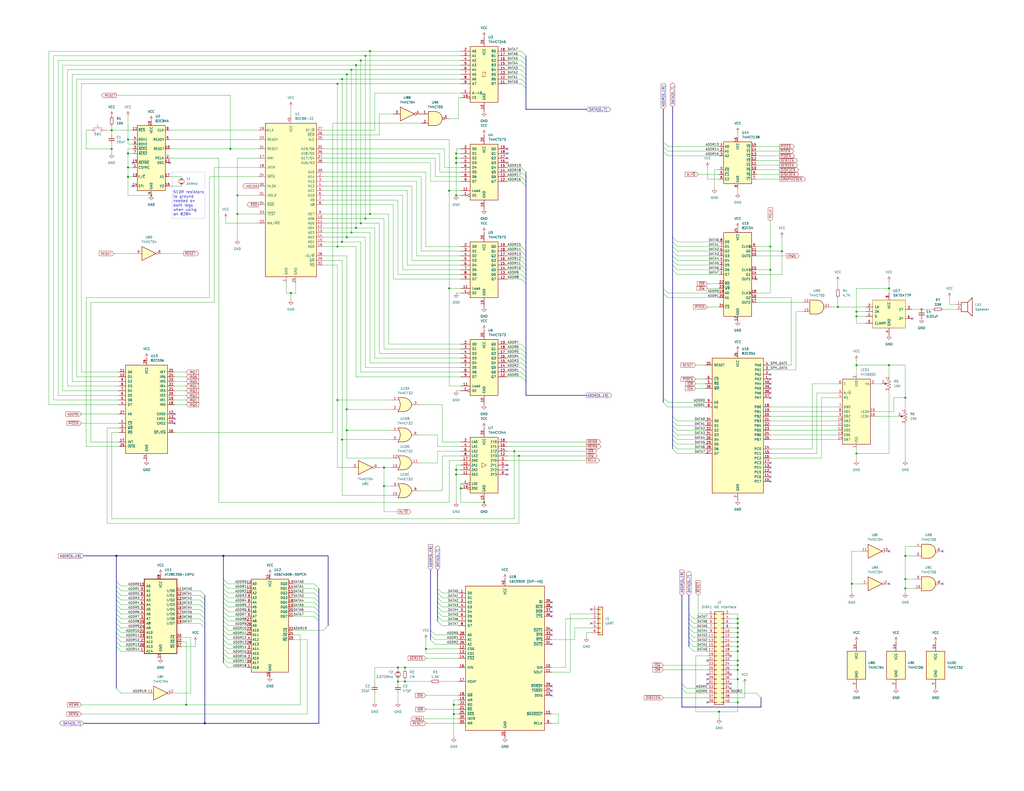
<source format=kicad_sch>
(kicad_sch (version 20231120) (generator "eeschema") (generator_version "8.0")
  (paper "C")
  (title_block (title "ARC86-512 Breadboard Computer") (date "2025-03-03") (rev "C") (company "St. Lawrence University") (comment 1 "Author: Kevin Angstadt") (comment 7 "Rev C (2025-02-03): Fix pinouts, PIC wiring, control signals") (comment 8 "Rev B (2025-02-24): Fixes errors and gate assignment") (comment 9 "Rev A (2025-01-29): Initial Revision"))
  (junction (at 194.31 124.46))
  (junction (at 121.92 303.53))
  (junction (at 184.15 45.72))
  (junction (at 199.39 30.48))
  (junction (at 402.59 353.06))
  (junction (at 245.11 104.14))
  (junction (at 186.69 132.08))
  (junction (at 402.59 355.6))
  (junction (at 402.59 365.76))
  (junction (at 63.5 303.53))
  (junction (at 467.36 172.72))
  (junction (at 502.92 168.91))
  (junction (at 220.98 364.49))
  (junction (at 402.59 383.54))
  (junction (at 494.03 321.31))
  (junction (at 199.39 119.38))
  (junction (at 191.77 127))
  (junction (at 248.92 256.54))
  (junction (at 201.93 116.84))
  (junction (at 248.92 259.08))
  (junction (at 69.85 96.52))
  (junction (at 82.55 106.68))
  (junction (at 201.93 27.94))
  (junction (at 69.85 83.82))
  (junction (at 467.36 170.18))
  (junction (at 69.85 91.44))
  (junction (at 247.65 389.89))
  (junction (at 402.59 342.9))
  (junction (at 485.14 157.48))
  (junction (at 191.77 38.1))
  (junction (at 189.23 129.54))
  (junction (at 402.59 350.52))
  (junction (at 467.36 247.65))
  (junction (at 248.92 86.36))
  (junction (at 232.41 354.33))
  (junction (at 217.17 364.49))
  (junction (at 189.23 223.52))
  (junction (at 184.15 218.44))
  (junction (at 283.21 248.92))
  (junction (at 485.14 199.39))
  (junction (at 217.17 372.11))
  (junction (at 392.43 388.62))
  (junction (at 251.46 266.7))
  (junction (at 60.96 81.28))
  (junction (at 264.16 274.32))
  (junction (at 60.96 71.12))
  (junction (at 248.92 83.82))
  (junction (at 189.23 40.64))
  (junction (at 494.03 217.17))
  (junction (at 464.82 318.77))
  (junction (at 402.59 360.68))
  (junction (at 158.75 160.02))
  (junction (at 402.59 337.82))
  (junction (at 420.37 147.32))
  (junction (at 189.23 234.95))
  (junction (at 280.67 246.38))
  (junction (at 402.59 347.98))
  (junction (at 186.69 43.18))
  (junction (at 101.6 384.81))
  (junction (at 209.55 265.43))
  (junction (at 402.59 370.84))
  (junction (at 420.37 134.62))
  (junction (at 111.76 394.97))
  (junction (at 402.59 363.22))
  (junction (at 494.03 303.53))
  (junction (at 194.31 35.56))
  (junction (at 186.69 240.03))
  (junction (at 69.85 76.2))
  (junction (at 125.73 81.28))
  (junction (at 196.85 121.92))
  (junction (at 457.2 167.64))
  (junction (at 129.54 106.68))
  (junction (at 426.72 137.16))
  (junction (at 245.11 157.48))
  (junction (at 129.54 116.84))
  (junction (at 248.92 106.68))
  (junction (at 220.98 372.11))
  (junction (at 248.92 88.9))
  (junction (at 402.59 340.36))
  (junction (at 247.65 384.81))
  (junction (at 467.36 199.39))
  (junction (at 494.03 316.23))
  (junction (at 184.15 134.62))
  (junction (at 402.59 345.44))
  (junction (at 209.55 255.27))
  (junction (at 196.85 33.02))
  (no_connect (at 276.86 256.54))
  (no_connect (at 300.99 334.01))
  (no_connect (at 276.86 81.28))
  (no_connect (at 420.37 252.73))
  (no_connect (at 386.08 368.3))
  (no_connect (at 95.25 231.14))
  (no_connect (at 322.58 332.74))
  (no_connect (at 95.25 228.6))
  (no_connect (at 398.78 358.14))
  (no_connect (at 420.37 257.81))
  (no_connect (at 420.37 260.35))
  (no_connect (at 300.99 379.73))
  (no_connect (at 95.25 226.06))
  (no_connect (at 497.84 173.99))
  (no_connect (at 276.86 83.82))
  (no_connect (at 300.99 346.71))
  (no_connect (at 485.14 300.99))
  (no_connect (at 398.78 375.92))
  (no_connect (at 322.58 340.36))
  (no_connect (at 72.39 88.9))
  (no_connect (at 514.35 318.77))
  (no_connect (at 420.37 212.09))
  (no_connect (at 412.75 152.4))
  (no_connect (at 92.71 88.9))
  (no_connect (at 300.99 351.79))
  (no_connect (at 485.14 318.77))
  (no_connect (at 386.08 373.38))
  (no_connect (at 420.37 204.47))
  (no_connect (at 420.37 209.55))
  (no_connect (at 300.99 331.47))
  (no_connect (at 386.08 360.68))
  (no_connect (at 386.08 370.84))
  (no_connect (at 300.99 328.93))
  (no_connect (at 72.39 101.6))
  (no_connect (at 276.86 259.08))
  (no_connect (at 300.99 344.17))
  (no_connect (at 420.37 262.89))
  (no_connect (at 300.99 336.55))
  (no_connect (at 386.08 383.54))
  (no_connect (at 300.99 374.65))
  (no_connect (at 420.37 214.63))
  (no_connect (at 420.37 217.17))
  (no_connect (at 300.99 377.19))
  (no_connect (at 420.37 255.27))
  (no_connect (at 276.86 88.9))
  (no_connect (at 398.78 373.38))
  (no_connect (at 420.37 207.01))
  (no_connect (at 398.78 368.3))
  (no_connect (at 276.86 86.36))
  (no_connect (at 514.35 300.99))
  (no_connect (at 276.86 254))
  (bus_entry (at 287.02 45.72) (size -2.54 -2.54))
  (bus_entry (at 121.92 349.25) (size 2.54 2.54))
  (bus_entry (at 121.92 331.47) (size 2.54 2.54))
  (bus_entry (at 284.48 93.98) (size 2.54 2.54))
  (bus_entry (at 111.76 340.36) (size -2.54 -2.54))
  (bus_entry (at 63.5 317.5) (size 2.54 2.54))
  (bus_entry (at 111.76 342.9) (size -2.54 -2.54))
  (bus_entry (at 287.02 38.1) (size -2.54 -2.54))
  (bus_entry (at 63.5 332.74) (size 2.54 2.54))
  (bus_entry (at 121.92 323.85) (size 2.54 2.54))
  (bus_entry (at 412.75 378.46) (size 2.54 2.54))
  (bus_entry (at 234.95 346.71) (size 2.54 2.54))
  (bus_entry (at 284.48 190.5) (size 2.54 2.54))
  (bus_entry (at 121.92 344.17) (size 2.54 2.54))
  (bus_entry (at 121.92 351.79) (size 2.54 2.54))
  (bus_entry (at 284.48 205.74) (size 2.54 2.54))
  (bus_entry (at 367.03 227.33) (size 2.54 2.54))
  (bus_entry (at 367.03 245.11) (size 2.54 2.54))
  (bus_entry (at 238.76 321.31) (size 2.54 2.54))
  (bus_entry (at 287.02 154.94) (size -2.54 -2.54))
  (bus_entry (at 111.76 330.2) (size -2.54 -2.54))
  (bus_entry (at 375.92 337.82) (size 2.54 2.54))
  (bus_entry (at 287.02 149.86) (size -2.54 -2.54))
  (bus_entry (at 361.95 77.47) (size 2.54 2.54))
  (bus_entry (at 63.5 350.52) (size 2.54 2.54))
  (bus_entry (at 284.48 198.12) (size 2.54 2.54))
  (bus_entry (at 121.92 336.55) (size 2.54 2.54))
  (bus_entry (at 367.03 137.16) (size 2.54 2.54))
  (bus_entry (at 287.02 43.18) (size -2.54 -2.54))
  (bus_entry (at 367.03 139.7) (size 2.54 2.54))
  (bus_entry (at 238.76 339.09) (size 2.54 2.54))
  (bus_entry (at 361.95 219.71) (size 2.54 2.54))
  (bus_entry (at 284.48 195.58) (size 2.54 2.54))
  (bus_entry (at 375.92 347.98) (size 2.54 2.54))
  (bus_entry (at 66.04 378.46) (size -2.54 -2.54))
  (bus_entry (at 121.92 346.71) (size 2.54 2.54))
  (bus_entry (at 372.11 375.92) (size 2.54 2.54))
  (bus_entry (at 287.02 137.16) (size -2.54 -2.54))
  (bus_entry (at 287.02 40.64) (size -2.54 -2.54))
  (bus_entry (at 375.92 353.06) (size 2.54 2.54))
  (bus_entry (at 367.03 229.87) (size 2.54 2.54))
  (bus_entry (at 238.76 328.93) (size 2.54 2.54))
  (bus_entry (at 63.5 325.12) (size 2.54 2.54))
  (bus_entry (at 238.76 334.01) (size 2.54 2.54))
  (bus_entry (at 173.99 331.47) (size -2.54 -2.54))
  (bus_entry (at 361.95 217.17) (size 2.54 2.54))
  (bus_entry (at 234.95 344.17) (size 2.54 2.54))
  (bus_entry (at 284.48 200.66) (size 2.54 2.54))
  (bus_entry (at 238.76 331.47) (size 2.54 2.54))
  (bus_entry (at 111.76 335.28) (size -2.54 -2.54))
  (bus_entry (at 284.48 96.52) (size 2.54 2.54))
  (bus_entry (at 173.99 321.31) (size -2.54 -2.54))
  (bus_entry (at 121.92 326.39) (size 2.54 2.54))
  (bus_entry (at 361.95 160.02) (size 2.54 2.54))
  (bus_entry (at 367.03 240.03) (size 2.54 2.54))
  (bus_entry (at 173.99 339.09) (size -2.54 -2.54))
  (bus_entry (at 287.02 152.4) (size -2.54 -2.54))
  (bus_entry (at 287.02 147.32) (size -2.54 -2.54))
  (bus_entry (at 372.11 373.38) (size 2.54 2.54))
  (bus_entry (at 121.92 321.31) (size 2.54 2.54))
  (bus_entry (at 367.03 129.54) (size 2.54 2.54))
  (bus_entry (at 121.92 359.41) (size 2.54 2.54))
  (bus_entry (at 173.99 323.85) (size -2.54 -2.54))
  (bus_entry (at 63.5 345.44) (size 2.54 2.54))
  (bus_entry (at 121.92 334.01) (size 2.54 2.54))
  (bus_entry (at 63.5 327.66) (size 2.54 2.54))
  (bus_entry (at 287.02 142.24) (size -2.54 -2.54))
  (bus_entry (at 375.92 345.44) (size 2.54 2.54))
  (bus_entry (at 375.92 342.9) (size 2.54 2.54))
  (bus_entry (at 111.76 327.66) (size -2.54 -2.54))
  (bus_entry (at 173.99 328.93) (size -2.54 -2.54))
  (bus_entry (at 63.5 353.06) (size 2.54 2.54))
  (bus_entry (at 121.92 316.23) (size 2.54 2.54))
  (bus_entry (at 63.5 320.04) (size 2.54 2.54))
  (bus_entry (at 375.92 350.52) (size 2.54 2.54))
  (bus_entry (at 284.48 99.06) (size 2.54 2.54))
  (bus_entry (at 375.92 340.36) (size 2.54 2.54))
  (bus_entry (at 367.03 134.62) (size 2.54 2.54))
  (bus_entry (at 367.03 144.78) (size 2.54 2.54))
  (bus_entry (at 367.03 237.49) (size 2.54 2.54))
  (bus_entry (at 375.92 335.28) (size 2.54 2.54))
  (bus_entry (at 284.48 91.44) (size 2.54 2.54))
  (bus_entry (at 179.07 341.63) (size -2.54 2.54))
  (bus_entry (at 121.92 318.77) (size 2.54 2.54))
  (bus_entry (at 367.03 242.57) (size 2.54 2.54))
  (bus_entry (at 121.92 341.63) (size 2.54 2.54))
  (bus_entry (at 63.5 322.58) (size 2.54 2.54))
  (bus_entry (at 63.5 347.98) (size 2.54 2.54))
  (bus_entry (at 238.76 326.39) (size 2.54 2.54))
  (bus_entry (at 111.76 332.74) (size -2.54 -2.54))
  (bus_entry (at 287.02 48.26) (size -2.54 -2.54))
  (bus_entry (at 121.92 354.33) (size 2.54 2.54))
  (bus_entry (at 361.95 157.48) (size 2.54 2.54))
  (bus_entry (at 367.03 234.95) (size 2.54 2.54))
  (bus_entry (at 284.48 203.2) (size 2.54 2.54))
  (bus_entry (at 111.76 337.82) (size -2.54 -2.54))
  (bus_entry (at 361.95 82.55) (size 2.54 2.54))
  (bus_entry (at 287.02 139.7) (size -2.54 -2.54))
  (bus_entry (at 361.95 80.01) (size 2.54 2.54))
  (bus_entry (at 367.03 232.41) (size 2.54 2.54))
  (bus_entry (at 121.92 339.09) (size 2.54 2.54))
  (bus_entry (at 173.99 326.39) (size -2.54 -2.54))
  (bus_entry (at 63.5 342.9) (size 2.54 2.54))
  (bus_entry (at 173.99 334.01) (size -2.54 -2.54))
  (bus_entry (at 287.02 35.56) (size -2.54 -2.54))
  (bus_entry (at 284.48 193.04) (size 2.54 2.54))
  (bus_entry (at 121.92 328.93) (size 2.54 2.54))
  (bus_entry (at 63.5 340.36) (size 2.54 2.54))
  (bus_entry (at 238.76 323.85) (size 2.54 2.54))
  (bus_entry (at 111.76 325.12) (size -2.54 -2.54))
  (bus_entry (at 121.92 356.87) (size 2.54 2.54))
  (bus_entry (at 238.76 336.55) (size 2.54 2.54))
  (bus_entry (at 287.02 144.78) (size -2.54 -2.54))
  (bus_entry (at 234.95 349.25) (size 2.54 2.54))
  (bus_entry (at 287.02 30.48) (size -2.54 -2.54))
  (bus_entry (at 63.5 337.82) (size 2.54 2.54))
  (bus_entry (at 63.5 330.2) (size 2.54 2.54))
  (bus_entry (at 63.5 335.28) (size 2.54 2.54))
  (bus_entry (at 121.92 361.95) (size 2.54 2.54))
  (bus_entry (at 367.03 142.24) (size 2.54 2.54))
  (bus_entry (at 367.03 147.32) (size 2.54 2.54))
  (bus_entry (at 284.48 187.96) (size 2.54 2.54))
  (bus_entry (at 173.99 336.55) (size -2.54 -2.54))
  (bus_entry (at 287.02 33.02) (size -2.54 -2.54))
  (bus_entry (at 367.03 132.08) (size 2.54 2.54))
  (wire (pts (xy 420.37 250.19) (xy 448.31 250.19)))
  (wire (pts (xy 104.14 347.98) (xy 99.06 347.98)))
  (wire (pts (xy 420.37 199.39) (xy 431.8 199.39)))
  (wire (pts (xy 160.02 334.01) (xy 171.45 334.01)))
  (wire (pts (xy 369.57 234.95) (xy 384.81 234.95)))
  (wire (pts (xy 69.85 96.52) (xy 69.85 106.68)))
  (wire (pts (xy 176.53 83.82) (xy 240.03 83.82)))
  (wire (pts (xy 420.37 120.65) (xy 420.37 134.62)))
  (wire (pts (xy 224.79 101.6) (xy 176.53 101.6)))
  (wire (pts (xy 92.71 71.12) (xy 140.97 71.12)))
  (wire (pts (xy 420.37 237.49) (xy 457.2 237.49)))
  (wire (pts (xy 378.46 342.9) (xy 386.08 342.9)))
  (wire (pts (xy 66.04 342.9) (xy 76.2 342.9)))
  (wire (pts (xy 212.09 187.96) (xy 212.09 116.84)))
  (wire (pts (xy 101.6 350.52) (xy 99.06 350.52)))
  (bus (pts (xy 121.92 318.77) (xy 121.92 321.31)))
  (wire (pts (xy 129.54 86.36) (xy 129.54 106.68)))
  (wire (pts (xy 60.96 283.21) (xy 280.67 283.21)))
  (wire (pts (xy 369.57 149.86) (xy 392.43 149.86)))
  (wire (pts (xy 402.59 342.9) (xy 402.59 345.44)))
  (wire (pts (xy 402.59 365.76) (xy 402.59 370.84)))
  (wire (pts (xy 494.03 316.23) (xy 494.03 321.31)))
  (wire (pts (xy 412.75 95.25) (xy 425.45 95.25)))
  (bus (pts (xy 173.99 339.09) (xy 173.99 394.97)))
  (bus (pts (xy 63.5 340.36) (xy 63.5 342.9)))
  (bus (pts (xy 287.02 190.5) (xy 287.02 193.04)))
  (wire (pts (xy 276.86 40.64) (xy 284.48 40.64)))
  (bus (pts (xy 173.99 336.55) (xy 173.99 339.09)))
  (wire (pts (xy 220.98 364.49) (xy 220.98 365.76)))
  (bus (pts (xy 287.02 142.24) (xy 287.02 144.78)))
  (wire (pts (xy 242.57 91.44) (xy 242.57 81.28)))
  (wire (pts (xy 160.02 331.47) (xy 171.45 331.47)))
  (bus (pts (xy 238.76 311.15) (xy 238.76 321.31)))
  (wire (pts (xy 224.79 142.24) (xy 224.79 101.6)))
  (wire (pts (xy 494.03 303.53) (xy 494.03 298.45)))
  (wire (pts (xy 402.59 335.28) (xy 402.59 337.82)))
  (wire (pts (xy 398.78 350.52) (xy 402.59 350.52)))
  (wire (pts (xy 92.71 96.52) (xy 99.06 96.52)))
  (wire (pts (xy 248.92 259.08) (xy 251.46 259.08)))
  (wire (pts (xy 204.47 50.8) (xy 251.46 50.8)))
  (bus (pts (xy 121.92 331.47) (xy 121.92 334.01)))
  (bus (pts (xy 367.03 139.7) (xy 367.03 142.24)))
  (bus (pts (xy 367.03 227.33) (xy 367.03 229.87)))
  (wire (pts (xy 412.75 149.86) (xy 426.72 149.86)))
  (wire (pts (xy 472.44 176.53) (xy 467.36 176.53)))
  (wire (pts (xy 250.19 64.77) (xy 250.19 53.34)))
  (bus (pts (xy 287.02 30.48) (xy 287.02 33.02)))
  (bus (pts (xy 63.5 335.28) (xy 63.5 337.82)))
  (wire (pts (xy 251.46 137.16) (xy 229.87 137.16)))
  (wire (pts (xy 124.46 328.93) (xy 134.62 328.93)))
  (wire (pts (xy 69.85 81.28) (xy 69.85 83.82)))
  (wire (pts (xy 201.93 27.94) (xy 251.46 27.94)))
  (bus (pts (xy 375.92 335.28) (xy 375.92 337.82)))
  (wire (pts (xy 241.3 267.97) (xy 241.3 248.92)))
  (wire (pts (xy 381 95.25) (xy 392.43 95.25)))
  (wire (pts (xy 29.21 30.48) (xy 199.39 30.48)))
  (wire (pts (xy 186.69 240.03) (xy 213.36 240.03)))
  (wire (pts (xy 494.03 231.14) (xy 494.03 251.46)))
  (bus (pts (xy 287.02 139.7) (xy 287.02 142.24)))
  (wire (pts (xy 412.75 92.71) (xy 425.45 92.71)))
  (bus (pts (xy 63.5 332.74) (xy 63.5 335.28)))
  (wire (pts (xy 402.59 360.68) (xy 398.78 360.68)))
  (wire (pts (xy 201.93 127) (xy 201.93 198.12)))
  (wire (pts (xy 431.8 199.39) (xy 431.8 162.56)))
  (wire (pts (xy 518.16 166.37) (xy 518.16 162.56)))
  (wire (pts (xy 247.65 402.59) (xy 247.65 389.89)))
  (wire (pts (xy 276.86 142.24) (xy 284.48 142.24)))
  (wire (pts (xy 232.41 134.62) (xy 232.41 93.98)))
  (wire (pts (xy 72.39 91.44) (xy 69.85 91.44)))
  (wire (pts (xy 300.99 389.89) (xy 304.8 389.89)))
  (bus (pts (xy 121.92 321.31) (xy 121.92 323.85)))
  (wire (pts (xy 36.83 38.1) (xy 36.83 210.82)))
  (wire (pts (xy 101.6 205.74) (xy 95.25 205.74)))
  (wire (pts (xy 521.97 166.37) (xy 518.16 166.37)))
  (wire (pts (xy 34.29 35.56) (xy 194.31 35.56)))
  (wire (pts (xy 204.47 364.49) (xy 217.17 364.49)))
  (wire (pts (xy 194.31 124.46) (xy 204.47 124.46)))
  (wire (pts (xy 129.54 106.68) (xy 129.54 116.84)))
  (wire (pts (xy 186.69 43.18) (xy 186.69 132.08)))
  (wire (pts (xy 161.29 154.94) (xy 161.29 160.02)))
  (bus (pts (xy 179.07 303.53) (xy 179.07 341.63)))
  (wire (pts (xy 369.57 232.41) (xy 384.81 232.41)))
  (wire (pts (xy 369.57 245.11) (xy 384.81 245.11)))
  (wire (pts (xy 232.41 387.35) (xy 250.19 387.35)))
  (wire (pts (xy 66.04 378.46) (xy 80.01 378.46)))
  (wire (pts (xy 497.84 168.91) (xy 502.92 168.91)))
  (wire (pts (xy 49.53 165.1) (xy 49.53 241.3)))
  (wire (pts (xy 485.14 213.36) (xy 485.14 247.65)))
  (wire (pts (xy 213.36 270.51) (xy 186.69 270.51)))
  (wire (pts (xy 176.53 104.14) (xy 222.25 104.14)))
  (wire (pts (xy 251.46 106.68) (xy 248.92 106.68)))
  (bus (pts (xy 63.5 303.53) (xy 63.5 317.5)))
  (wire (pts (xy 69.85 83.82) (xy 72.39 83.82)))
  (wire (pts (xy 207.01 121.92) (xy 207.01 193.04)))
  (bus (pts (xy 367.03 144.78) (xy 367.03 147.32)))
  (wire (pts (xy 241.3 336.55) (xy 250.19 336.55)))
  (bus (pts (xy 238.76 334.01) (xy 238.76 336.55)))
  (wire (pts (xy 300.99 367.03) (xy 311.15 367.03)))
  (wire (pts (xy 99.06 335.28) (xy 109.22 335.28)))
  (wire (pts (xy 204.47 124.46) (xy 204.47 195.58)))
  (bus (pts (xy 121.92 356.87) (xy 121.92 359.41)))
  (wire (pts (xy 398.78 355.6) (xy 402.59 355.6)))
  (bus (pts (xy 367.03 237.49) (xy 367.03 240.03)))
  (wire (pts (xy 250.19 53.34) (xy 251.46 53.34)))
  (wire (pts (xy 39.37 40.64) (xy 189.23 40.64)))
  (wire (pts (xy 364.49 162.56) (xy 392.43 162.56)))
  (wire (pts (xy 364.49 160.02) (xy 392.43 160.02)))
  (bus (pts (xy 121.92 359.41) (xy 121.92 361.95)))
  (wire (pts (xy 494.03 298.45) (xy 499.11 298.45)))
  (bus (pts (xy 367.03 132.08) (xy 367.03 134.62)))
  (wire (pts (xy 60.96 78.74) (xy 60.96 81.28)))
  (wire (pts (xy 176.53 96.52) (xy 229.87 96.52)))
  (bus (pts (xy 238.76 336.55) (xy 238.76 339.09)))
  (wire (pts (xy 251.46 264.16) (xy 251.46 266.7)))
  (wire (pts (xy 402.59 363.22) (xy 402.59 360.68)))
  (wire (pts (xy 379.73 358.14) (xy 379.73 388.62)))
  (wire (pts (xy 248.92 274.32) (xy 248.92 259.08)))
  (wire (pts (xy 69.85 78.74) (xy 69.85 76.2)))
  (wire (pts (xy 369.57 247.65) (xy 384.81 247.65)))
  (wire (pts (xy 176.53 93.98) (xy 232.41 93.98)))
  (bus (pts (xy 287.02 149.86) (xy 287.02 152.4)))
  (wire (pts (xy 412.75 160.02) (xy 420.37 160.02)))
  (wire (pts (xy 402.59 337.82) (xy 402.59 340.36)))
  (wire (pts (xy 217.17 365.76) (xy 217.17 364.49)))
  (wire (pts (xy 412.75 82.55) (xy 425.45 82.55)))
  (wire (pts (xy 308.61 337.82) (xy 322.58 337.82)))
  (wire (pts (xy 402.59 383.54) (xy 402.59 388.62)))
  (wire (pts (xy 219.71 106.68) (xy 176.53 106.68)))
  (wire (pts (xy 237.49 96.52) (xy 237.49 86.36)))
  (wire (pts (xy 369.57 237.49) (xy 384.81 237.49)))
  (wire (pts (xy 58.42 71.12) (xy 60.96 71.12)))
  (wire (pts (xy 251.46 99.06) (xy 234.95 99.06)))
  (bus (pts (xy 287.02 45.72) (xy 287.02 48.26)))
  (bus (pts (xy 372.11 325.12) (xy 372.11 373.38)))
  (wire (pts (xy 158.75 160.02) (xy 156.21 160.02)))
  (wire (pts (xy 129.54 130.81) (xy 129.54 116.84)))
  (wire (pts (xy 487.68 217.17) (xy 494.03 217.17)))
  (wire (pts (xy 176.53 86.36) (xy 237.49 86.36)))
  (wire (pts (xy 124.46 339.09) (xy 134.62 339.09)))
  (wire (pts (xy 412.75 165.1) (xy 438.15 165.1)))
  (wire (pts (xy 434.34 170.18) (xy 434.34 201.93)))
  (wire (pts (xy 378.46 353.06) (xy 386.08 353.06)))
  (wire (pts (xy 66.04 320.04) (xy 76.2 320.04)))
  (wire (pts (xy 72.39 81.28) (xy 69.85 81.28)))
  (wire (pts (xy 220.98 370.84) (xy 220.98 372.11)))
  (wire (pts (xy 251.46 274.32) (xy 264.16 274.32)))
  (wire (pts (xy 467.36 157.48) (xy 485.14 157.48)))
  (wire (pts (xy 194.31 205.74) (xy 251.46 205.74)))
  (wire (pts (xy 176.53 134.62) (xy 184.15 134.62)))
  (wire (pts (xy 207.01 255.27) (xy 209.55 255.27)))
  (wire (pts (xy 420.37 232.41) (xy 457.2 232.41)))
  (bus (pts (xy 287.02 99.06) (xy 287.02 101.6)))
  (wire (pts (xy 234.95 372.11) (xy 220.98 372.11)))
  (wire (pts (xy 99.06 353.06) (xy 106.68 353.06)))
  (wire (pts (xy 364.49 219.71) (xy 384.81 219.71)))
  (wire (pts (xy 283.21 285.75) (xy 283.21 248.92)))
  (wire (pts (xy 402.59 365.76) (xy 402.59 363.22)))
  (wire (pts (xy 245.11 76.2) (xy 245.11 104.14)))
  (wire (pts (xy 199.39 200.66) (xy 251.46 200.66)))
  (bus (pts (xy 63.5 327.66) (xy 63.5 330.2)))
  (wire (pts (xy 251.46 144.78) (xy 222.25 144.78)))
  (bus (pts (xy 375.92 342.9) (xy 375.92 345.44)))
  (wire (pts (xy 69.85 63.5) (xy 69.85 76.2)))
  (wire (pts (xy 251.46 246.38) (xy 238.76 246.38)))
  (wire (pts (xy 116.84 165.1) (xy 49.53 165.1)))
  (wire (pts (xy 60.96 81.28) (xy 60.96 83.82)))
  (bus (pts (xy 63.5 347.98) (xy 63.5 350.52)))
  (wire (pts (xy 64.77 218.44) (xy 29.21 218.44)))
  (wire (pts (xy 196.85 132.08) (xy 196.85 203.2)))
  (wire (pts (xy 228.6 237.49) (xy 238.76 237.49)))
  (wire (pts (xy 237.49 351.79) (xy 250.19 351.79)))
  (wire (pts (xy 420.37 222.25) (xy 457.2 222.25)))
  (bus (pts (xy 63.5 303.53) (xy 121.92 303.53)))
  (wire (pts (xy 398.78 337.82) (xy 402.59 337.82)))
  (wire (pts (xy 420.37 234.95) (xy 457.2 234.95)))
  (bus (pts (xy 375.92 325.12) (xy 375.92 335.28)))
  (wire (pts (xy 66.04 347.98) (xy 76.2 347.98)))
  (wire (pts (xy 220.98 372.11) (xy 217.17 372.11)))
  (wire (pts (xy 398.78 383.54) (xy 402.59 383.54)))
  (wire (pts (xy 156.21 160.02) (xy 156.21 154.94)))
  (wire (pts (xy 276.86 45.72) (xy 284.48 45.72)))
  (wire (pts (xy 398.78 353.06) (xy 402.59 353.06)))
  (wire (pts (xy 420.37 229.87) (xy 457.2 229.87)))
  (wire (pts (xy 398.78 378.46) (xy 412.75 378.46)))
  (wire (pts (xy 502.92 168.91) (xy 509.27 168.91)))
  (wire (pts (xy 313.69 349.25) (xy 313.69 342.9)))
  (wire (pts (xy 381 335.28) (xy 386.08 335.28)))
  (wire (pts (xy 241.3 334.01) (xy 250.19 334.01)))
  (wire (pts (xy 398.78 365.76) (xy 402.59 365.76)))
  (wire (pts (xy 184.15 45.72) (xy 184.15 134.62)))
  (wire (pts (xy 58.42 233.68) (xy 58.42 285.75)))
  (wire (pts (xy 209.55 279.4) (xy 209.55 265.43)))
  (wire (pts (xy 119.38 274.32) (xy 245.11 274.32)))
  (bus (pts (xy 121.92 354.33) (xy 121.92 356.87)))
  (bus (pts (xy 111.76 394.97) (xy 173.99 394.97)))
  (wire (pts (xy 402.59 355.6) (xy 402.59 360.68)))
  (wire (pts (xy 276.86 195.58) (xy 284.48 195.58)))
  (wire (pts (xy 176.53 99.06) (xy 227.33 99.06)))
  (wire (pts (xy 300.99 364.49) (xy 308.61 364.49)))
  (wire (pts (xy 283.21 248.92) (xy 276.86 248.92)))
  (wire (pts (xy 204.47 50.8) (xy 204.47 71.12)))
  (wire (pts (xy 44.45 389.89) (xy 167.64 389.89)))
  (wire (pts (xy 92.71 81.28) (xy 125.73 81.28)))
  (wire (pts (xy 217.17 279.4) (xy 209.55 279.4)))
  (wire (pts (xy 124.46 318.77) (xy 134.62 318.77)))
  (wire (pts (xy 217.17 378.46) (xy 217.17 383.54)))
  (wire (pts (xy 494.03 316.23) (xy 494.03 303.53)))
  (wire (pts (xy 26.67 27.94) (xy 201.93 27.94)))
  (wire (pts (xy 229.87 137.16) (xy 229.87 96.52)))
  (wire (pts (xy 280.67 283.21) (xy 280.67 246.38)))
  (wire (pts (xy 284.48 152.4) (xy 276.86 152.4)))
  (wire (pts (xy 124.46 344.17) (xy 134.62 344.17)))
  (wire (pts (xy 228.6 267.97) (xy 241.3 267.97)))
  (wire (pts (xy 374.65 378.46) (xy 386.08 378.46)))
  (wire (pts (xy 160.02 323.85) (xy 171.45 323.85)))
  (wire (pts (xy 29.21 30.48) (xy 29.21 218.44)))
  (wire (pts (xy 44.45 203.2) (xy 44.45 45.72)))
  (wire (pts (xy 251.46 213.36) (xy 248.92 213.36)))
  (wire (pts (xy 248.92 83.82) (xy 248.92 86.36)))
  (wire (pts (xy 191.77 127) (xy 201.93 127)))
  (wire (pts (xy 48.26 71.12) (xy 46.99 71.12)))
  (wire (pts (xy 276.86 200.66) (xy 284.48 200.66)))
  (wire (pts (xy 66.04 355.6) (xy 76.2 355.6)))
  (bus (pts (xy 287.02 59.69) (xy 287.02 48.26)))
  (wire (pts (xy 245.11 157.48) (xy 245.11 210.82)))
  (bus (pts (xy 121.92 303.53) (xy 121.92 316.23)))
  (wire (pts (xy 237.49 346.71) (xy 250.19 346.71)))
  (bus (pts (xy 238.76 328.93) (xy 238.76 331.47)))
  (wire (pts (xy 44.45 45.72) (xy 184.15 45.72)))
  (wire (pts (xy 31.75 33.02) (xy 31.75 215.9)))
  (wire (pts (xy 196.85 33.02) (xy 251.46 33.02)))
  (wire (pts (xy 276.86 205.74) (xy 284.48 205.74)))
  (bus (pts (xy 121.92 316.23) (xy 121.92 318.77)))
  (wire (pts (xy 398.78 340.36) (xy 402.59 340.36)))
  (bus (pts (xy 121.92 349.25) (xy 121.92 351.79)))
  (wire (pts (xy 140.97 106.68) (xy 129.54 106.68)))
  (bus (pts (xy 372.11 375.92) (xy 372.11 386.08)))
  (bus (pts (xy 361.95 157.48) (xy 361.95 160.02)))
  (bus (pts (xy 121.92 339.09) (xy 121.92 341.63)))
  (wire (pts (xy 232.41 354.33) (xy 250.19 354.33)))
  (wire (pts (xy 276.86 43.18) (xy 284.48 43.18)))
  (wire (pts (xy 251.46 139.7) (xy 227.33 139.7)))
  (wire (pts (xy 64.77 233.68) (xy 58.42 233.68)))
  (wire (pts (xy 124.46 351.79) (xy 134.62 351.79)))
  (wire (pts (xy 199.39 119.38) (xy 209.55 119.38)))
  (wire (pts (xy 467.36 172.72) (xy 467.36 176.53)))
  (bus (pts (xy 111.76 342.9) (xy 111.76 394.97)))
  (wire (pts (xy 378.46 347.98) (xy 386.08 347.98)))
  (wire (pts (xy 276.86 30.48) (xy 284.48 30.48)))
  (wire (pts (xy 251.46 190.5) (xy 209.55 190.5)))
  (wire (pts (xy 276.86 91.44) (xy 284.48 91.44)))
  (wire (pts (xy 176.53 73.66) (xy 207.01 73.66)))
  (wire (pts (xy 386.08 154.94) (xy 392.43 154.94)))
  (wire (pts (xy 313.69 342.9) (xy 322.58 342.9)))
  (wire (pts (xy 276.86 137.16) (xy 284.48 137.16)))
  (wire (pts (xy 464.82 300.99) (xy 464.82 318.77)))
  (wire (pts (xy 176.53 88.9) (xy 234.95 88.9)))
  (wire (pts (xy 420.37 247.65) (xy 445.77 247.65)))
  (wire (pts (xy 189.23 223.52) (xy 189.23 234.95)))
  (wire (pts (xy 412.75 87.63) (xy 425.45 87.63)))
  (wire (pts (xy 189.23 250.19) (xy 213.36 250.19)))
  (wire (pts (xy 245.11 104.14) (xy 251.46 104.14)))
  (wire (pts (xy 46.99 243.84) (xy 64.77 243.84)))
  (wire (pts (xy 201.93 27.94) (xy 201.93 116.84)))
  (wire (pts (xy 300.99 349.25) (xy 313.69 349.25)))
  (wire (pts (xy 160.02 318.77) (xy 171.45 318.77)))
  (wire (pts (xy 386.08 157.48) (xy 392.43 157.48)))
  (wire (pts (xy 251.46 241.3) (xy 241.3 241.3)))
  (wire (pts (xy 66.04 337.82) (xy 76.2 337.82)))
  (wire (pts (xy 196.85 33.02) (xy 196.85 121.92)))
  (wire (pts (xy 160.02 328.93) (xy 171.45 328.93)))
  (wire (pts (xy 176.53 144.78) (xy 184.15 144.78)))
  (bus (pts (xy 372.11 373.38) (xy 372.11 375.92)))
  (wire (pts (xy 245.11 274.32) (xy 245.11 251.46)))
  (wire (pts (xy 189.23 234.95) (xy 189.23 250.19)))
  (bus (pts (xy 287.02 215.9) (xy 287.02 208.28)))
  (bus (pts (xy 173.99 328.93) (xy 173.99 331.47)))
  (wire (pts (xy 379.73 212.09) (xy 384.81 212.09)))
  (wire (pts (xy 280.67 246.38) (xy 276.86 246.38)))
  (wire (pts (xy 214.63 111.76) (xy 176.53 111.76)))
  (wire (pts (xy 369.57 139.7) (xy 392.43 139.7)))
  (wire (pts (xy 276.86 27.94) (xy 284.48 27.94)))
  (bus (pts (xy 287.02 33.02) (xy 287.02 35.56)))
  (wire (pts (xy 248.92 86.36) (xy 251.46 86.36)))
  (bus (pts (xy 367.03 232.41) (xy 367.03 234.95)))
  (wire (pts (xy 163.83 346.71) (xy 160.02 346.71)))
  (wire (pts (xy 464.82 318.77) (xy 469.9 318.77)))
  (wire (pts (xy 431.8 162.56) (xy 412.75 162.56)))
  (wire (pts (xy 125.73 81.28) (xy 140.97 81.28)))
  (bus (pts (xy 238.76 331.47) (xy 238.76 334.01)))
  (bus (pts (xy 63.5 345.44) (xy 63.5 347.98)))
  (wire (pts (xy 176.53 119.38) (xy 199.39 119.38)))
  (wire (pts (xy 228.6 220.98) (xy 241.3 220.98)))
  (wire (pts (xy 101.6 210.82) (xy 95.25 210.82)))
  (wire (pts (xy 487.68 224.79) (xy 487.68 217.17)))
  (wire (pts (xy 160.02 336.55) (xy 171.45 336.55)))
  (bus (pts (xy 63.5 325.12) (xy 63.5 327.66)))
  (bus (pts (xy 287.02 208.28) (xy 287.02 205.74)))
  (wire (pts (xy 176.53 139.7) (xy 189.23 139.7)))
  (wire (pts (xy 232.41 356.87) (xy 232.41 354.33)))
  (wire (pts (xy 467.36 199.39) (xy 467.36 204.47)))
  (wire (pts (xy 64.77 208.28) (xy 39.37 208.28)))
  (wire (pts (xy 406.4 381) (xy 398.78 381)))
  (wire (pts (xy 44.45 231.14) (xy 64.77 231.14)))
  (wire (pts (xy 64.77 213.36) (xy 34.29 213.36)))
  (wire (pts (xy 207.01 193.04) (xy 251.46 193.04)))
  (wire (pts (xy 398.78 345.44) (xy 402.59 345.44)))
  (wire (pts (xy 163.83 346.71) (xy 163.83 384.81)))
  (wire (pts (xy 186.69 43.18) (xy 251.46 43.18)))
  (wire (pts (xy 320.04 345.44) (xy 320.04 347.98)))
  (bus (pts (xy 287.02 40.64) (xy 287.02 43.18)))
  (wire (pts (xy 477.52 227.33) (xy 490.22 227.33)))
  (wire (pts (xy 467.36 247.65) (xy 467.36 245.11)))
  (bus (pts (xy 367.03 142.24) (xy 367.03 144.78)))
  (wire (pts (xy 369.57 242.57) (xy 384.81 242.57)))
  (wire (pts (xy 448.31 217.17) (xy 457.2 217.17)))
  (wire (pts (xy 99.06 337.82) (xy 109.22 337.82)))
  (wire (pts (xy 41.91 205.74) (xy 64.77 205.74)))
  (wire (pts (xy 386.08 91.44) (xy 386.08 97.79)))
  (wire (pts (xy 124.46 323.85) (xy 134.62 323.85)))
  (wire (pts (xy 322.58 345.44) (xy 320.04 345.44)))
  (wire (pts (xy 237.49 349.25) (xy 250.19 349.25)))
  (wire (pts (xy 60.96 68.58) (xy 60.96 71.12)))
  (wire (pts (xy 95.25 378.46) (xy 104.14 378.46)))
  (wire (pts (xy 241.3 341.63) (xy 250.19 341.63)))
  (wire (pts (xy 119.38 86.36) (xy 119.38 274.32)))
  (wire (pts (xy 276.86 147.32) (xy 284.48 147.32)))
  (wire (pts (xy 398.78 335.28) (xy 402.59 335.28)))
  (wire (pts (xy 167.64 349.25) (xy 160.02 349.25)))
  (bus (pts (xy 367.03 137.16) (xy 367.03 139.7)))
  (wire (pts (xy 176.53 129.54) (xy 189.23 129.54)))
  (wire (pts (xy 412.75 90.17) (xy 425.45 90.17)))
  (wire (pts (xy 238.76 243.84) (xy 251.46 243.84)))
  (wire (pts (xy 251.46 134.62) (xy 232.41 134.62)))
  (wire (pts (xy 398.78 363.22) (xy 402.59 363.22)))
  (wire (pts (xy 361.95 363.22) (xy 386.08 363.22)))
  (wire (pts (xy 176.53 76.2) (xy 245.11 76.2)))
  (bus (pts (xy 287.02 137.16) (xy 287.02 139.7)))
  (wire (pts (xy 241.3 241.3) (xy 241.3 220.98)))
  (wire (pts (xy 72.39 78.74) (xy 69.85 78.74)))
  (wire (pts (xy 494.03 303.53) (xy 499.11 303.53)))
  (wire (pts (xy 66.04 327.66) (xy 76.2 327.66)))
  (wire (pts (xy 402.59 340.36) (xy 402.59 342.9)))
  (wire (pts (xy 99.06 330.2) (xy 109.22 330.2)))
  (wire (pts (xy 276.86 187.96) (xy 284.48 187.96)))
  (wire (pts (xy 31.75 33.02) (xy 196.85 33.02)))
  (wire (pts (xy 26.67 27.94) (xy 26.67 220.98)))
  (wire (pts (xy 64.77 236.22) (xy 60.96 236.22)))
  (bus (pts (xy 121.92 344.17) (xy 121.92 346.71)))
  (bus (pts (xy 111.76 337.82) (xy 111.76 340.36)))
  (wire (pts (xy 189.23 40.64) (xy 251.46 40.64)))
  (wire (pts (xy 485.14 157.48) (xy 485.14 160.02)))
  (wire (pts (xy 209.55 255.27) (xy 213.36 255.27)))
  (wire (pts (xy 485.14 199.39) (xy 467.36 199.39)))
  (wire (pts (xy 412.75 85.09) (xy 425.45 85.09)))
  (bus (pts (xy 121.92 351.79) (xy 121.92 354.33)))
  (wire (pts (xy 420.37 224.79) (xy 457.2 224.79)))
  (wire (pts (xy 124.46 331.47) (xy 134.62 331.47)))
  (wire (pts (xy 420.37 147.32) (xy 420.37 134.62)))
  (wire (pts (xy 176.53 116.84) (xy 201.93 116.84)))
  (wire (pts (xy 240.03 372.11) (xy 250.19 372.11)))
  (wire (pts (xy 369.57 147.32) (xy 392.43 147.32)))
  (wire (pts (xy 248.92 259.08) (xy 248.92 256.54)))
  (wire (pts (xy 402.59 370.84) (xy 398.78 370.84)))
  (bus (pts (xy 361.95 80.01) (xy 361.95 82.55)))
  (wire (pts (xy 124.46 364.49) (xy 134.62 364.49)))
  (wire (pts (xy 209.55 190.5) (xy 209.55 119.38)))
  (bus (pts (xy 367.03 229.87) (xy 367.03 232.41)))
  (wire (pts (xy 217.17 364.49) (xy 220.98 364.49)))
  (wire (pts (xy 176.53 132.08) (xy 186.69 132.08)))
  (wire (pts (xy 124.46 356.87) (xy 134.62 356.87)))
  (bus (pts (xy 238.76 326.39) (xy 238.76 328.93)))
  (wire (pts (xy 386.08 97.79) (xy 392.43 97.79)))
  (wire (pts (xy 161.29 160.02) (xy 158.75 160.02)))
  (wire (pts (xy 477.52 209.55) (xy 481.33 209.55)))
  (wire (pts (xy 232.41 379.73) (xy 250.19 379.73)))
  (wire (pts (xy 176.53 142.24) (xy 186.69 142.24)))
  (wire (pts (xy 66.04 353.06) (xy 76.2 353.06)))
  (wire (pts (xy 248.92 83.82) (xy 251.46 83.82)))
  (wire (pts (xy 514.35 168.91) (xy 521.97 168.91)))
  (wire (pts (xy 248.92 88.9) (xy 251.46 88.9)))
  (wire (pts (xy 176.53 344.17) (xy 160.02 344.17)))
  (bus (pts (xy 121.92 346.71) (xy 121.92 349.25)))
  (wire (pts (xy 412.75 147.32) (xy 420.37 147.32)))
  (wire (pts (xy 199.39 30.48) (xy 251.46 30.48)))
  (wire (pts (xy 467.36 157.48) (xy 467.36 170.18)))
  (wire (pts (xy 232.41 394.97) (xy 250.19 394.97)))
  (bus (pts (xy 173.99 323.85) (xy 173.99 326.39)))
  (wire (pts (xy 248.92 254) (xy 251.46 254)))
  (wire (pts (xy 276.86 139.7) (xy 284.48 139.7)))
  (wire (pts (xy 457.2 167.64) (xy 472.44 167.64)))
  (wire (pts (xy 213.36 265.43) (xy 209.55 265.43)))
  (wire (pts (xy 184.15 218.44) (xy 213.36 218.44)))
  (wire (pts (xy 389.89 92.71) (xy 392.43 92.71)))
  (wire (pts (xy 402.59 102.87) (xy 402.59 105.41)))
  (wire (pts (xy 106.68 350.52) (xy 106.68 353.06)))
  (bus (pts (xy 63.5 342.9) (xy 63.5 345.44)))
  (bus (pts (xy 375.92 350.52) (xy 375.92 353.06)))
  (wire (pts (xy 189.23 139.7) (xy 189.23 223.52)))
  (wire (pts (xy 426.72 129.54) (xy 426.72 137.16)))
  (wire (pts (xy 101.6 215.9) (xy 95.25 215.9)))
  (wire (pts (xy 248.92 88.9) (xy 248.92 106.68)))
  (wire (pts (xy 364.49 82.55) (xy 392.43 82.55)))
  (wire (pts (xy 34.29 35.56) (xy 34.29 213.36)))
  (wire (pts (xy 199.39 30.48) (xy 199.39 119.38)))
  (wire (pts (xy 191.77 38.1) (xy 191.77 127)))
  (wire (pts (xy 238.76 237.49) (xy 238.76 243.84)))
  (wire (pts (xy 123.19 121.92) (xy 123.19 119.38)))
  (wire (pts (xy 214.63 111.76) (xy 214.63 152.4)))
  (wire (pts (xy 66.04 330.2) (xy 76.2 330.2)))
  (wire (pts (xy 499.11 321.31) (xy 494.03 321.31)))
  (wire (pts (xy 176.53 121.92) (xy 196.85 121.92)))
  (bus (pts (xy 320.04 215.9) (xy 287.02 215.9)))
  (wire (pts (xy 60.96 236.22) (xy 60.96 283.21)))
  (wire (pts (xy 364.49 222.25) (xy 384.81 222.25)))
  (wire (pts (xy 276.86 251.46) (xy 320.04 251.46)))
  (wire (pts (xy 247.65 389.89) (xy 250.19 389.89)))
  (wire (pts (xy 443.23 245.11) (xy 443.23 209.55)))
  (wire (pts (xy 276.86 149.86) (xy 284.48 149.86)))
  (wire (pts (xy 320.04 243.84) (xy 276.86 243.84)))
  (bus (pts (xy 287.02 43.18) (xy 287.02 45.72)))
  (wire (pts (xy 251.46 160.02) (xy 248.92 160.02)))
  (wire (pts (xy 46.99 71.12) (xy 46.99 81.28)))
  (wire (pts (xy 194.31 35.56) (xy 251.46 35.56)))
  (wire (pts (xy 58.42 285.75) (xy 283.21 285.75)))
  (wire (pts (xy 44.45 384.81) (xy 101.6 384.81)))
  (wire (pts (xy 66.04 350.52) (xy 76.2 350.52)))
  (wire (pts (xy 420.37 227.33) (xy 457.2 227.33)))
  (bus (pts (xy 367.03 58.42) (xy 367.03 129.54)))
  (wire (pts (xy 457.2 162.56) (xy 457.2 167.64)))
  (wire (pts (xy 124.46 321.31) (xy 134.62 321.31)))
  (bus (pts (xy 367.03 134.62) (xy 367.03 137.16)))
  (wire (pts (xy 469.9 300.99) (xy 464.82 300.99)))
  (wire (pts (xy 369.57 132.08) (xy 392.43 132.08)))
  (wire (pts (xy 386.08 167.64) (xy 392.43 167.64)))
  (wire (pts (xy 420.37 134.62) (xy 412.75 134.62)))
  (wire (pts (xy 379.73 207.01) (xy 384.81 207.01)))
  (wire (pts (xy 204.47 195.58) (xy 251.46 195.58)))
  (wire (pts (xy 276.86 190.5) (xy 284.48 190.5)))
  (wire (pts (xy 219.71 106.68) (xy 219.71 147.32)))
  (wire (pts (xy 69.85 76.2) (xy 72.39 76.2)))
  (wire (pts (xy 234.95 99.06) (xy 234.95 88.9)))
  (wire (pts (xy 402.59 74.93) (xy 402.59 72.39)))
  (wire (pts (xy 124.46 336.55) (xy 134.62 336.55)))
  (wire (pts (xy 276.86 93.98) (xy 284.48 93.98)))
  (wire (pts (xy 251.46 187.96) (xy 212.09 187.96)))
  (bus (pts (xy 367.03 147.32) (xy 367.03 227.33)))
  (wire (pts (xy 467.36 170.18) (xy 467.36 172.72)))
  (wire (pts (xy 167.64 349.25) (xy 167.64 389.89)))
  (wire (pts (xy 251.46 147.32) (xy 219.71 147.32)))
  (bus (pts (xy 234.95 311.15) (xy 234.95 344.17)))
  (wire (pts (xy 494.03 199.39) (xy 494.03 217.17)))
  (wire (pts (xy 124.46 346.71) (xy 134.62 346.71)))
  (wire (pts (xy 494.03 316.23) (xy 499.11 316.23)))
  (wire (pts (xy 186.69 270.51) (xy 186.69 240.03)))
  (wire (pts (xy 189.23 40.64) (xy 189.23 129.54)))
  (bus (pts (xy 63.5 353.06) (xy 63.5 375.92)))
  (bus (pts (xy 234.95 346.71) (xy 234.95 349.25)))
  (bus (pts (xy 173.99 321.31) (xy 173.99 323.85)))
  (wire (pts (xy 181.61 236.22) (xy 181.61 67.31)))
  (wire (pts (xy 402.59 345.44) (xy 402.59 347.98)))
  (bus (pts (xy 111.76 330.2) (xy 111.76 332.74)))
  (bus (pts (xy 121.92 303.53) (xy 179.07 303.53)))
  (wire (pts (xy 494.03 217.17) (xy 494.03 223.52)))
  (wire (pts (xy 445.77 214.63) (xy 457.2 214.63)))
  (wire (pts (xy 245.11 157.48) (xy 251.46 157.48)))
  (wire (pts (xy 364.49 80.01) (xy 392.43 80.01)))
  (wire (pts (xy 125.73 52.07) (xy 125.73 81.28)))
  (wire (pts (xy 49.53 241.3) (xy 64.77 241.3)))
  (wire (pts (xy 124.46 334.01) (xy 134.62 334.01)))
  (wire (pts (xy 191.77 38.1) (xy 251.46 38.1)))
  (wire (pts (xy 209.55 255.27) (xy 209.55 265.43)))
  (wire (pts (xy 64.77 210.82) (xy 36.83 210.82)))
  (bus (pts (xy 287.02 193.04) (xy 287.02 195.58)))
  (bus (pts (xy 361.95 217.17) (xy 361.95 219.71)))
  (wire (pts (xy 101.6 350.52) (xy 101.6 384.81)))
  (bus (pts (xy 63.5 337.82) (xy 63.5 340.36)))
  (bus (pts (xy 121.92 326.39) (xy 121.92 328.93)))
  (wire (pts (xy 101.6 203.2) (xy 95.25 203.2)))
  (wire (pts (xy 186.69 142.24) (xy 186.69 240.03)))
  (bus (pts (xy 375.92 347.98) (xy 375.92 350.52)))
  (bus (pts (xy 111.76 340.36) (xy 111.76 342.9)))
  (wire (pts (xy 247.65 382.27) (xy 250.19 382.27)))
  (wire (pts (xy 69.85 91.44) (xy 69.85 96.52)))
  (wire (pts (xy 95.25 236.22) (xy 181.61 236.22)))
  (bus (pts (xy 287.02 205.74) (xy 287.02 203.2)))
  (wire (pts (xy 100.33 138.43) (xy 88.9 138.43)))
  (wire (pts (xy 392.43 388.62) (xy 392.43 392.43)))
  (wire (pts (xy 129.54 116.84) (xy 140.97 116.84)))
  (wire (pts (xy 92.71 76.2) (xy 140.97 76.2)))
  (wire (pts (xy 485.14 153.67) (xy 485.14 157.48)))
  (bus (pts (xy 287.02 147.32) (xy 287.02 149.86)))
  (wire (pts (xy 369.57 134.62) (xy 392.43 134.62)))
  (bus (pts (xy 63.5 350.52) (xy 63.5 353.06)))
  (wire (pts (xy 66.04 340.36) (xy 76.2 340.36)))
  (bus (pts (xy 173.99 334.01) (xy 173.99 336.55)))
  (wire (pts (xy 124.46 354.33) (xy 134.62 354.33)))
  (wire (pts (xy 379.73 209.55) (xy 384.81 209.55)))
  (wire (pts (xy 241.3 326.39) (xy 250.19 326.39)))
  (wire (pts (xy 204.47 71.12) (xy 176.53 71.12)))
  (wire (pts (xy 66.04 322.58) (xy 76.2 322.58)))
  (wire (pts (xy 158.75 58.42) (xy 158.75 63.5)))
  (wire (pts (xy 378.46 350.52) (xy 386.08 350.52)))
  (wire (pts (xy 41.91 205.74) (xy 41.91 43.18)))
  (bus (pts (xy 367.03 234.95) (xy 367.03 237.49)))
  (wire (pts (xy 92.71 86.36) (xy 119.38 86.36)))
  (bus (pts (xy 111.76 325.12) (xy 111.76 327.66)))
  (wire (pts (xy 232.41 359.41) (xy 250.19 359.41)))
  (wire (pts (xy 457.2 153.67) (xy 457.2 157.48)))
  (bus (pts (xy 287.02 203.2) (xy 287.02 200.66)))
  (wire (pts (xy 245.11 104.14) (xy 245.11 157.48)))
  (wire (pts (xy 472.44 170.18) (xy 467.36 170.18)))
  (wire (pts (xy 364.49 85.09) (xy 392.43 85.09)))
  (wire (pts (xy 41.91 43.18) (xy 186.69 43.18)))
  (wire (pts (xy 477.52 224.79) (xy 487.68 224.79)))
  (wire (pts (xy 420.37 245.11) (xy 443.23 245.11)))
  (wire (pts (xy 186.69 132.08) (xy 196.85 132.08)))
  (bus (pts (xy 234.95 344.17) (xy 234.95 346.71)))
  (bus (pts (xy 287.02 152.4) (xy 287.02 154.94)))
  (wire (pts (xy 308.61 364.49) (xy 308.61 337.82)))
  (wire (pts (xy 231.14 392.43) (xy 250.19 392.43)))
  (bus (pts (xy 63.5 322.58) (xy 63.5 325.12)))
  (wire (pts (xy 189.23 129.54) (xy 199.39 129.54)))
  (wire (pts (xy 311.15 367.03) (xy 311.15 335.28)))
  (wire (pts (xy 485.14 205.74) (xy 485.14 199.39)))
  (wire (pts (xy 386.08 358.14) (xy 379.73 358.14)))
  (wire (pts (xy 66.04 335.28) (xy 76.2 335.28)))
  (wire (pts (xy 464.82 323.85) (xy 464.82 318.77)))
  (wire (pts (xy 99.06 332.74) (xy 109.22 332.74)))
  (wire (pts (xy 398.78 342.9) (xy 402.59 342.9)))
  (wire (pts (xy 101.6 213.36) (xy 95.25 213.36)))
  (wire (pts (xy 99.06 340.36) (xy 109.22 340.36)))
  (wire (pts (xy 443.23 209.55) (xy 457.2 209.55)))
  (wire (pts (xy 214.63 62.23) (xy 207.01 62.23)))
  (wire (pts (xy 201.93 198.12) (xy 251.46 198.12)))
  (wire (pts (xy 467.36 251.46) (xy 467.36 247.65)))
  (wire (pts (xy 402.59 350.52) (xy 402.59 353.06)))
  (bus (pts (xy 287.02 101.6) (xy 287.02 137.16)))
  (wire (pts (xy 426.72 137.16) (xy 426.72 149.86)))
  (wire (pts (xy 194.31 134.62) (xy 194.31 205.74)))
  (bus (pts (xy 121.92 323.85) (xy 121.92 326.39)))
  (wire (pts (xy 140.97 91.44) (xy 116.84 91.44)))
  (wire (pts (xy 420.37 240.03) (xy 457.2 240.03)))
  (wire (pts (xy 158.75 163.83) (xy 158.75 160.02)))
  (wire (pts (xy 276.86 99.06) (xy 284.48 99.06)))
  (wire (pts (xy 99.06 322.58) (xy 109.22 322.58)))
  (wire (pts (xy 101.6 218.44) (xy 95.25 218.44)))
  (wire (pts (xy 176.53 81.28) (xy 242.57 81.28)))
  (wire (pts (xy 378.46 340.36) (xy 386.08 340.36)))
  (wire (pts (xy 176.53 127) (xy 191.77 127)))
  (bus (pts (xy 361.95 160.02) (xy 361.95 217.17)))
  (wire (pts (xy 248.92 256.54) (xy 251.46 256.54)))
  (wire (pts (xy 276.86 134.62) (xy 284.48 134.62)))
  (wire (pts (xy 378.46 337.82) (xy 386.08 337.82)))
  (wire (pts (xy 116.84 91.44) (xy 116.84 165.1)))
  (wire (pts (xy 232.41 349.25) (xy 232.41 354.33)))
  (wire (pts (xy 64.77 215.9) (xy 31.75 215.9)))
  (wire (pts (xy 369.57 229.87) (xy 384.81 229.87)))
  (wire (pts (xy 412.75 80.01) (xy 425.45 80.01)))
  (wire (pts (xy 66.04 332.74) (xy 76.2 332.74)))
  (wire (pts (xy 320.04 246.38) (xy 280.67 246.38)))
  (bus (pts (xy 238.76 323.85) (xy 238.76 326.39)))
  (bus (pts (xy 287.02 195.58) (xy 287.02 198.12)))
  (wire (pts (xy 124.46 361.95) (xy 134.62 361.95)))
  (wire (pts (xy 201.93 116.84) (xy 212.09 116.84)))
  (bus (pts (xy 121.92 334.01) (xy 121.92 336.55)))
  (wire (pts (xy 184.15 134.62) (xy 194.31 134.62)))
  (wire (pts (xy 245.11 64.77) (xy 250.19 64.77)))
  (wire (pts (xy 184.15 45.72) (xy 251.46 45.72)))
  (wire (pts (xy 250.19 356.87) (xy 232.41 356.87)))
  (wire (pts (xy 99.06 325.12) (xy 109.22 325.12)))
  (wire (pts (xy 44.45 226.06) (xy 64.77 226.06)))
  (wire (pts (xy 251.46 81.28) (xy 248.92 81.28)))
  (wire (pts (xy 114.3 162.56) (xy 46.99 162.56)))
  (wire (pts (xy 311.15 335.28) (xy 322.58 335.28)))
  (bus (pts (xy 45.72 303.53) (xy 63.5 303.53)))
  (wire (pts (xy 194.31 35.56) (xy 194.31 124.46)))
  (wire (pts (xy 101.6 208.28) (xy 95.25 208.28)))
  (wire (pts (xy 241.3 248.92) (xy 251.46 248.92)))
  (wire (pts (xy 241.3 339.09) (xy 250.19 339.09)))
  (wire (pts (xy 245.11 210.82) (xy 251.46 210.82)))
  (wire (pts (xy 72.39 96.52) (xy 69.85 96.52)))
  (bus (pts (xy 287.02 200.66) (xy 287.02 198.12)))
  (bus (pts (xy 375.92 340.36) (xy 375.92 342.9)))
  (wire (pts (xy 412.75 97.79) (xy 425.45 97.79)))
  (wire (pts (xy 381 325.12) (xy 381 335.28)))
  (wire (pts (xy 276.86 144.78) (xy 284.48 144.78)))
  (wire (pts (xy 46.99 162.56) (xy 46.99 243.84)))
  (wire (pts (xy 101.6 384.81) (xy 163.83 384.81)))
  (wire (pts (xy 467.36 196.85) (xy 467.36 199.39)))
  (wire (pts (xy 222.25 104.14) (xy 222.25 144.78)))
  (wire (pts (xy 420.37 160.02) (xy 420.37 147.32)))
  (wire (pts (xy 189.23 234.95) (xy 213.36 234.95)))
  (wire (pts (xy 406.4 373.38) (xy 406.4 381)))
  (wire (pts (xy 140.97 86.36) (xy 129.54 86.36)))
  (bus (pts (xy 287.02 93.98) (xy 287.02 96.52)))
  (bus (pts (xy 287.02 96.52) (xy 287.02 99.06)))
  (bus (pts (xy 111.76 332.74) (xy 111.76 335.28)))
  (bus (pts (xy 367.03 240.03) (xy 367.03 242.57)))
  (bus (pts (xy 287.02 144.78) (xy 287.02 147.32)))
  (wire (pts (xy 320.04 241.3) (xy 276.86 241.3)))
  (wire (pts (xy 114.3 96.52) (xy 114.3 162.56)))
  (wire (pts (xy 276.86 203.2) (xy 284.48 203.2)))
  (wire (pts (xy 176.53 124.46) (xy 194.31 124.46)))
  (wire (pts (xy 241.3 328.93) (xy 250.19 328.93)))
  (wire (pts (xy 124.46 359.41) (xy 134.62 359.41)))
  (wire (pts (xy 369.57 144.78) (xy 392.43 144.78)))
  (wire (pts (xy 247.65 384.81) (xy 247.65 382.27)))
  (wire (pts (xy 276.86 33.02) (xy 284.48 33.02)))
  (wire (pts (xy 204.47 373.38) (xy 204.47 364.49)))
  (wire (pts (xy 251.46 142.24) (xy 224.79 142.24)))
  (wire (pts (xy 361.95 381) (xy 386.08 381)))
  (wire (pts (xy 189.23 223.52) (xy 213.36 223.52)))
  (wire (pts (xy 227.33 139.7) (xy 227.33 99.06)))
  (wire (pts (xy 241.3 331.47) (xy 250.19 331.47)))
  (bus (pts (xy 372.11 386.08) (xy 415.29 386.08)))
  (wire (pts (xy 248.92 86.36) (xy 248.92 88.9)))
  (bus (pts (xy 287.02 38.1) (xy 287.02 40.64)))
  (wire (pts (xy 241.3 323.85) (xy 250.19 323.85)))
  (wire (pts (xy 361.95 365.76) (xy 386.08 365.76)))
  (wire (pts (xy 124.46 326.39) (xy 134.62 326.39)))
  (wire (pts (xy 379.73 199.39) (xy 384.81 199.39)))
  (wire (pts (xy 276.86 35.56) (xy 284.48 35.56)))
  (wire (pts (xy 434.34 170.18) (xy 438.15 170.18)))
  (wire (pts (xy 46.99 81.28) (xy 60.96 81.28)))
  (bus (pts (xy 121.92 328.93) (xy 121.92 331.47)))
  (bus (pts (xy 121.92 341.63) (xy 121.92 344.17)))
  (wire (pts (xy 251.46 96.52) (xy 237.49 96.52)))
  (wire (pts (xy 402.59 347.98) (xy 402.59 350.52)))
  (wire (pts (xy 63.5 52.07) (xy 125.73 52.07)))
  (wire (pts (xy 304.8 394.97) (xy 300.99 394.97)))
  (bus (pts (xy 238.76 321.31) (xy 238.76 323.85)))
  (wire (pts (xy 247.65 384.81) (xy 250.19 384.81)))
  (wire (pts (xy 66.04 345.44) (xy 76.2 345.44)))
  (wire (pts (xy 104.14 378.46) (xy 104.14 347.98)))
  (bus (pts (xy 63.5 330.2) (xy 63.5 332.74)))
  (wire (pts (xy 60.96 71.12) (xy 60.96 73.66)))
  (bus (pts (xy 121.92 336.55) (xy 121.92 339.09)))
  (bus (pts (xy 45.72 394.97) (xy 111.76 394.97)))
  (wire (pts (xy 140.97 121.92) (xy 123.19 121.92)))
  (wire (pts (xy 69.85 83.82) (xy 69.85 91.44)))
  (wire (pts (xy 238.76 246.38) (xy 238.76 252.73)))
  (wire (pts (xy 140.97 96.52) (xy 114.3 96.52)))
  (wire (pts (xy 64.77 220.98) (xy 26.67 220.98)))
  (wire (pts (xy 62.23 138.43) (xy 73.66 138.43)))
  (wire (pts (xy 402.59 370.84) (xy 402.59 383.54)))
  (wire (pts (xy 304.8 389.89) (xy 304.8 394.97)))
  (bus (pts (xy 375.92 345.44) (xy 375.92 347.98)))
  (bus (pts (xy 63.5 317.5) (xy 63.5 320.04)))
  (wire (pts (xy 448.31 250.19) (xy 448.31 217.17)))
  (wire (pts (xy 276.86 96.52) (xy 284.48 96.52)))
  (wire (pts (xy 402.59 353.06) (xy 402.59 355.6)))
  (wire (pts (xy 176.53 109.22) (xy 217.17 109.22)))
  (wire (pts (xy 217.17 109.22) (xy 217.17 149.86)))
  (wire (pts (xy 379.73 388.62) (xy 392.43 388.62)))
  (bus (pts (xy 111.76 327.66) (xy 111.76 330.2)))
  (wire (pts (xy 184.15 144.78) (xy 184.15 218.44)))
  (bus (pts (xy 361.95 59.69) (xy 361.95 77.47)))
  (wire (pts (xy 245.11 251.46) (xy 251.46 251.46)))
  (wire (pts (xy 494.03 321.31) (xy 494.03 323.85)))
  (bus (pts (xy 287.02 154.94) (xy 287.02 190.5)))
  (bus (pts (xy 173.99 326.39) (xy 173.99 328.93)))
  (wire (pts (xy 124.46 341.63) (xy 134.62 341.63)))
  (wire (pts (xy 434.34 201.93) (xy 420.37 201.93)))
  (bus (pts (xy 320.04 59.69) (xy 287.02 59.69)))
  (wire (pts (xy 250.19 364.49) (xy 220.98 364.49)))
  (wire (pts (xy 124.46 349.25) (xy 134.62 349.25)))
  (wire (pts (xy 207.01 62.23) (xy 207.01 73.66)))
  (wire (pts (xy 276.86 193.04) (xy 284.48 193.04)))
  (wire (pts (xy 276.86 38.1) (xy 284.48 38.1)))
  (wire (pts (xy 196.85 121.92) (xy 207.01 121.92)))
  (wire (pts (xy 44.45 203.2) (xy 64.77 203.2)))
  (wire (pts (xy 181.61 67.31) (xy 229.87 67.31)))
  (wire (pts (xy 92.71 101.6) (xy 99.06 101.6)))
  (wire (pts (xy 392.43 388.62) (xy 402.59 388.62)))
  (bus (pts (xy 367.03 129.54) (xy 367.03 132.08)))
  (wire (pts (xy 99.06 327.66) (xy 109.22 327.66)))
  (wire (pts (xy 101.6 220.98) (xy 95.25 220.98)))
  (wire (pts (xy 453.39 167.64) (xy 457.2 167.64)))
  (bus (pts (xy 111.76 335.28) (xy 111.76 337.82)))
  (wire (pts (xy 184.15 255.27) (xy 191.77 255.27)))
  (bus (pts (xy 63.5 320.04) (xy 63.5 322.58)))
  (wire (pts (xy 251.46 152.4) (xy 214.63 152.4)))
  (wire (pts (xy 445.77 247.65) (xy 445.77 214.63)))
  (wire (pts (xy 247.65 389.89) (xy 247.65 384.81)))
  (wire (pts (xy 389.89 92.71) (xy 389.89 102.87)))
  (wire (pts (xy 66.04 325.12) (xy 76.2 325.12)))
  (wire (pts (xy 251.46 149.86) (xy 217.17 149.86)))
  (wire (pts (xy 369.57 142.24) (xy 392.43 142.24)))
  (wire (pts (xy 320.04 248.92) (xy 283.21 248.92)))
  (wire (pts (xy 248.92 256.54) (xy 248.92 254)))
  (wire (pts (xy 217.17 372.11) (xy 217.17 370.84)))
  (wire (pts (xy 378.46 355.6) (xy 386.08 355.6)))
  (wire (pts (xy 69.85 106.68) (xy 82.55 106.68)))
  (wire (pts (xy 72.39 71.12) (xy 60.96 71.12)))
  (wire (pts (xy 251.46 91.44) (xy 242.57 91.44)))
  (wire (pts (xy 485.14 247.65) (xy 467.36 247.65)))
  (wire (pts (xy 196.85 203.2) (xy 251.46 203.2)))
  (bus (pts (xy 367.03 242.57) (xy 367.03 245.11)))
  (wire (pts (xy 276.86 198.12) (xy 284.48 198.12)))
  (wire (pts (xy 240.03 93.98) (xy 240.03 83.82)))
  (wire (pts (xy 369.57 137.16) (xy 392.43 137.16)))
  (wire (pts (xy 228.6 252.73) (xy 238.76 252.73)))
  (bus (pts (xy 173.99 331.47) (xy 173.99 334.01)))
  (bus (pts (xy 415.29 381) (xy 415.29 386.08)))
  (wire (pts (xy 412.75 139.7) (xy 429.26 139.7)))
  (wire (pts (xy 204.47 378.46) (xy 204.47 383.54)))
  (wire (pts (xy 251.46 93.98) (xy 240.03 93.98)))
  (wire (pts (xy 494.03 199.39) (xy 485.14 199.39)))
  (wire (pts (xy 374.65 375.92) (xy 386.08 375.92)))
  (bus (pts (xy 361.95 82.55) (xy 361.95 157.48)))
  (bus (pts (xy 361.95 77.47) (xy 361.95 80.01)))
  (bus (pts (xy 287.02 35.56) (xy 287.02 38.1)))
  (wire (pts (xy 251.46 266.7) (xy 251.46 274.32)))
  (wire (pts (xy 467.36 172.72) (xy 472.44 172.72)))
  (wire (pts (xy 160.02 326.39) (xy 171.45 326.39)))
  (wire (pts (xy 36.83 38.1) (xy 191.77 38.1)))
  (wire (pts (xy 398.78 347.98) (xy 402.59 347.98)))
  (wire (pts (xy 426.72 137.16) (xy 412.75 137.16)))
  (wire (pts (xy 378.46 345.44) (xy 386.08 345.44)))
  (wire (pts (xy 160.02 321.31) (xy 171.45 321.31)))
  (wire (pts (xy 369.57 240.03) (xy 384.81 240.03)))
  (wire (pts (xy 184.15 218.44) (xy 184.15 255.27)))
  (wire (pts (xy 39.37 40.64) (xy 39.37 208.28)))
  (wire (pts (xy 199.39 129.54) (xy 199.39 200.66)))
  (wire (pts (xy 248.92 81.28) (xy 248.92 83.82)))
  (wire (pts (xy 217.17 372.11) (xy 217.17 373.38)))
  (bus (pts (xy 375.92 337.82) (xy 375.92 340.36)))
  (rectangle (start 93.98 93.98) (end 111.76 119.38) (stroke (width 0.2) (type dot)))
  (text "510R resistors \nto ground \nneeded on \nboth legs \nwhen using \nan 8284" (at 94.488 104.14 0) (effects (font (size 1.5 1.5)) (justify left top)))
  (label "ADDR1" (at 384.81 222.25 180))
  (label "DATA6" (at 384.81 245.11 180))
  (label "ADDR18" (at 134.62 364.49 180))
  (label "ADDR13" (at 134.62 351.79 180))
  (label "ADDR2" (at 276.86 200.66 0))
  (label "ADDR10" (at 76.2 345.44 180))
  (label "DATA1" (at 99.06 325.12 0))
  (label "DATA0" (at 384.81 229.87 180))
  (label "ADDR15" (at 134.62 356.87 180))
  (label "ADDR9" (at 134.62 341.63 180))
  (label "DATA2" (at 392.43 137.16 180))
  (label "DATA1" (at 160.02 321.31 0))
  (label "DATA2" (at 99.06 327.66 0))
  (label "DATA1" (at 276.86 43.18 0))
  (label "ADDR1" (at 386.08 375.92 180))
  (label "DATA0" (at 160.02 318.77 0))
  (label "DATA0" (at 386.08 355.6 180))
  (label "DATA5" (at 99.06 335.28 0))
  (label "DATA4" (at 276.86 35.56 0))
  (label "ADDR12" (at 276.86 142.24 0))
  (label "DATA7" (at 386.08 337.82 180))
  (label "DATA5" (at 386.08 342.9 180))
  (label "DATA5" (at 276.86 33.02 0))
  (label "ADDR8" (at 276.86 152.4 0))
  (label "DATA7" (at 392.43 149.86 180))
  (label "ADDR6" (at 276.86 190.5 0))
  (label "DATA6" (at 392.43 147.32 180))
  (label "ADDR18" (at 276.86 93.98 0))
  (label "ADDR15" (at 276.86 134.62 0))
  (label "DATA3" (at 99.06 330.2 0))
  (label "ADDR6" (at 76.2 335.28 180))
  (label "ADDR9" (at 276.86 149.86 0))
  (label "DATA6" (at 250.19 339.09 180))
  (label "ADDR3" (at 134.62 326.39 180))
  (label "DATA7" (at 384.81 247.65 180))
  (label "ADDR8" (at 134.62 339.09 180))
  (label "ADDR0" (at 276.86 205.74 0))
  (label "ADDR5" (at 76.2 332.74 180))
  (label "ADDR2" (at 398.78 378.46 0))
  (label "DATA3" (at 392.43 139.7 180))
  (label "ADDR7" (at 134.62 336.55 180))
  (label "ADDR10" (at 134.62 344.17 180))
  (label "DATA2" (at 384.81 234.95 180))
  (label "ADDR1" (at 250.19 349.25 180))
  (label "ADDR4" (at 276.86 195.58 0))
  (label "DATA2" (at 250.19 328.93 180))
  (label "ADDR16" (at 276.86 99.06 0))
  (label "DATA4" (at 160.02 328.93 0))
  (label "ADDR9" (at 76.2 342.9 180))
  (label "ADDR3" (at 76.2 327.66 180))
  (label "DATA7" (at 160.02 336.55 0))
  (label "ADDR0" (at 386.08 378.46 180))
  (label "ADDR13" (at 276.86 139.7 0))
  (label "DATA0" (at 392.43 132.08 180))
  (label "DATA2" (at 276.86 40.64 0))
  (label "ADDR5" (at 276.86 193.04 0))
  (label "ADDR19" (at 72.39 378.46 0))
  (label "DATA7" (at 250.19 341.63 180))
  (label "DATA6" (at 160.02 334.01 0))
  (label "DATA7" (at 99.06 340.36 0))
  (label "ADDR0" (at 76.2 320.04 180))
  (label "DATA5" (at 384.81 242.57 180))
  (label "ADDR3" (at 276.86 198.12 0))
  (label "ADDR14" (at 134.62 354.33 180))
  (label "ADDR2" (at 134.62 323.85 180))
  (label "DATA5" (at 160.02 331.47 0))
  (label "DATA1" (at 384.81 232.41 180))
  (label "ADDR0" (at 134.62 318.77 180))
  (label "DATA0" (at 99.06 322.58 0))
  (label "ADDR7" (at 76.2 337.82 180))
  (label "ADDR15" (at 392.43 85.09 180))
  (label "ADDR5" (at 134.62 331.47 180))
  (label "DATA4" (at 392.43 142.24 180))
  (label "DATA0" (at 250.19 323.85 180))
  (label "ADDR11" (at 134.62 346.71 180))
  (label "ADDR12" (at 76.2 350.52 180))
  (label "DATA4" (at 386.08 345.44 180))
  (label "DATA4" (at 99.06 332.74 0))
  (label "DATA1" (at 392.43 134.62 180))
  (label "DATA3" (at 276.86 38.1 0))
  (label "ADDR19" (at 160.02 344.17 0))
  (label "DATA3" (at 386.08 347.98 180))
  (label "ADDR8" (at 76.2 340.36 180))
  (label "ADDR13" (at 76.2 353.06 180))
  (label "ADDR14" (at 276.86 137.16 0))
  (label "ADDR19" (at 276.86 91.44 0))
  (label "DATA0" (at 276.86 45.72 0))
  (label "DATA2" (at 386.08 350.52 180))
  (label "ADDR4" (at 134.62 328.93 180))
  (label "ADDR11" (at 276.86 144.78 0))
  (label "DATA3" (at 160.02 326.39 0))
  (label "ADDR1" (at 276.86 203.2 0))
  (label "ADDR0" (at 250.19 346.71 180))
  (label "DATA7" (at 276.86 27.94 0))
  (label "ADDR10" (at 276.86 147.32 0))
  (label "DATA4" (at 250.19 334.01 180))
  (label "DATA5" (at 250.19 336.55 180))
  (label "DATA1" (at 250.19 326.39 180))
  (label "ADDR16" (at 134.62 359.41 180))
  (label "ADDR11" (at 76.2 347.98 180))
  (label "ADDR17" (at 134.62 361.95 180))
  (label "ADDR1" (at 392.43 162.56 180))
  (label "ADDR6" (at 134.62 334.01 180))
  (label "DATA5" (at 392.43 144.78 180))
  (label "ADDR2" (at 76.2 325.12 180))
  (label "ADDR1" (at 76.2 322.58 180))
  (label "DATA6" (at 276.86 30.48 0))
  (label "ADDR13" (at 392.43 80.01 180))
  (label "ADDR0" (at 392.43 160.02 180))
  (label "ADDR1" (at 134.62 321.31 180))
  (label "DATA4" (at 384.81 240.03 180))
  (label "ADDR12" (at 134.62 349.25 180))
  (label "DATA2" (at 160.02 323.85 0))
  (label "DATA6" (at 386.08 340.36 180))
  (label "ADDR0" (at 384.81 219.71 180))
  (label "DATA1" (at 386.08 353.06 180))
  (label "SPK_GATE" (at 420.37 199.39 0))
  (label "DATA3" (at 250.19 331.47 180))
  (label "ADDR4" (at 76.2 330.2 180))
  (label "SPK_DATA" (at 420.37 201.93 0))
  (label "ADDR17" (at 276.86 96.52 0))
  (label "ADDR14" (at 76.2 355.6 180))
  (label "ADDR2" (at 250.19 351.79 180))
  (label "ADDR14" (at 392.43 82.55 180))
  (label "DATA6" (at 99.06 337.82 0))
  (label "ADDR7" (at 276.86 187.96 0))
  (label "DATA3" (at 384.81 237.49 180))
  (global_label "~{IOW}" (shape input) (at 379.73 212.09 180) (property "Intersheetrefs" "${INTERSHEET_REFS}" (effects (hide yes))))
  (global_label "M{slash}~{IO}" (shape input) (at 381 95.25 180) (property "Intersheetrefs" "${INTERSHEET_REFS}" (effects (hide yes))))
  (global_label "IRQ4" (shape input) (at 101.6 210.82 0) (property "Intersheetrefs" "${INTERSHEET_REFS}" (effects (hide yes))))
  (global_label "IRQ0" (shape input) (at 101.6 220.98 0) (property "Intersheetrefs" "${INTERSHEET_REFS}" (effects (hide yes))))
  (global_label "~{RESET}" (shape input) (at 381 325.12 90) (property "Intersheetrefs" "${INTERSHEET_REFS}" (effects (hide yes))))
  (global_label "~{PICEN}" (shape input) (at 44.45 231.14 180) (property "Intersheetrefs" "${INTERSHEET_REFS}" (effects (hide yes))))
  (global_label "IRQ2" (shape input) (at 101.6 215.9 0) (property "Intersheetrefs" "${INTERSHEET_REFS}" (effects (hide yes))))
  (global_label "~{MEMW}" (shape input) (at 44.45 389.89 180) (property "Intersheetrefs" "${INTERSHEET_REFS}" (effects (hide yes))))
  (global_label "~{SER2EN}" (shape output) (at 425.45 90.17 0) (property "Intersheetrefs" "${INTERSHEET_REFS}" (effects (hide yes))))
  (global_label "~{IOW}" (shape output) (at 320.04 248.92 0) (property "Intersheetrefs" "${INTERSHEET_REFS}" (effects (hide yes))))
  (global_label "IRQ3" (shape input) (at 101.6 213.36 0) (property "Intersheetrefs" "${INTERSHEET_REFS}" (effects (hide yes))))
  (global_label "IRQ1" (shape input) (at 101.6 218.44 0) (property "Intersheetrefs" "${INTERSHEET_REFS}" (effects (hide yes))))
  (global_label "RESET" (shape input) (at 379.73 199.39 180) (property "Intersheetrefs" "${INTERSHEET_REFS}" (effects (hide yes))))
  (global_label "~{MEMW}" (shape output) (at 320.04 243.84 0) (property "Intersheetrefs" "${INTERSHEET_REFS}" (effects (hide yes))))
  (global_label "~{IOW}" (shape input) (at 386.08 157.48 180) (property "Intersheetrefs" "${INTERSHEET_REFS}" (effects (hide yes))))
  (global_label "~{PITEN}" (shape input) (at 386.08 167.64 180) (property "Intersheetrefs" "${INTERSHEET_REFS}" (effects (hide yes))))
  (global_label "ADDR0" (shape input) (at 44.45 226.06 180) (property "Intersheetrefs" "${INTERSHEET_REFS}" (effects (hide yes))))
  (global_label "RESET" (shape input) (at 232.41 394.97 180) (property "Intersheetrefs" "${INTERSHEET_REFS}" (effects (hide yes))))
  (global_label "ADDR[0..19]" (shape input) (at 361.95 59.69 90) (property "Intersheetrefs" "${INTERSHEET_REFS}" (effects (hide yes))))
  (global_label "~{PITEN}" (shape output) (at 425.45 82.55 0) (property "Intersheetrefs" "${INTERSHEET_REFS}" (effects (hide yes))))
  (global_label "~{PICEN}" (shape output) (at 425.45 80.01 0) (property "Intersheetrefs" "${INTERSHEET_REFS}" (effects (hide yes))))
  (global_label "HOLDA" (shape output) (at 140.97 101.6 180) (property "Intersheetrefs" "${INTERSHEET_REFS}" (effects (hide yes))))
  (global_label "~{IOR}" (shape input) (at 386.08 154.94 180) (property "Intersheetrefs" "${INTERSHEET_REFS}" (effects (hide yes))))
  (global_label "~{SSO}" (shape output) (at 140.97 111.76 180) (property "Intersheetrefs" "${INTERSHEET_REFS}" (effects (hide yes))))
  (global_label "M{slash}~{IO}" (shape output) (at 217.17 279.4 0) (property "Intersheetrefs" "${INTERSHEET_REFS}" (effects (hide yes))))
  (global_label "DATA[0..7]" (shape bidirectional) (at 238.76 311.15 90) (property "Intersheetrefs" "${INTERSHEET_REFS}" (effects (hide yes))))
  (global_label "ADDR[0..19]" (shape input) (at 234.95 311.15 90) (property "Intersheetrefs" "${INTERSHEET_REFS}" (effects (hide yes))))
  (global_label "ADDR[0..19]" (shape input) (at 372.11 325.12 90) (property "Intersheetrefs" "${INTERSHEET_REFS}" (effects (hide yes))))
  (global_label "~{DISK2EN}" (shape output) (at 425.45 95.25 0) (property "Intersheetrefs" "${INTERSHEET_REFS}" (effects (hide yes))))
  (global_label "ADDR[0..19]" (shape output) (at 320.04 215.9 0) (property "Intersheetrefs" "${INTERSHEET_REFS}" (effects (hide yes))))
  (global_label "~{MEMR}" (shape output) (at 320.04 241.3 0) (property "Intersheetrefs" "${INTERSHEET_REFS}" (effects (hide yes))))
  (global_label "~{IOR}" (shape input) (at 379.73 209.55 180) (property "Intersheetrefs" "${INTERSHEET_REFS}" (effects (hide yes))))
  (global_label "~{IOW}" (shape input) (at 232.41 379.73 180) (property "Intersheetrefs" "${INTERSHEET_REFS}" (effects (hide yes))))
  (global_label "~{IOR}" (shape output) (at 320.04 246.38 0) (property "Intersheetrefs" "${INTERSHEET_REFS}" (effects (hide yes))))
  (global_label "~{SER1EN}" (shape input) (at 232.41 359.41 180) (property "Intersheetrefs" "${INTERSHEET_REFS}" (effects (hide yes))))
  (global_label "DATA[0..7]" (shape bidirectional) (at 320.04 59.69 0) (property "Intersheetrefs" "${INTERSHEET_REFS}" (effects (hide yes))))
  (global_label "IRQ7" (shape input) (at 101.6 203.2 0) (property "Intersheetrefs" "${INTERSHEET_REFS}" (effects (hide yes))))
  (global_label "DATA[0..7]" (shape bidirectional) (at 375.92 325.12 90) (property "Intersheetrefs" "${INTERSHEET_REFS}" (effects (hide yes))))
  (global_label "IRQ5" (shape input) (at 101.6 208.28 0) (property "Intersheetrefs" "${INTERSHEET_REFS}" (effects (hide yes))))
  (global_label "~{IOR}" (shape input) (at 232.41 387.35 180) (property "Intersheetrefs" "${INTERSHEET_REFS}" (effects (hide yes))))
  (global_label "IRQ6" (shape input) (at 101.6 205.74 0) (property "Intersheetrefs" "${INTERSHEET_REFS}" (effects (hide yes))))
  (global_label "IRQ4" (shape output) (at 231.14 392.43 180) (property "Intersheetrefs" "${INTERSHEET_REFS}" (effects (hide yes))))
  (global_label "DATA[0..7]" (shape bidirectional) (at 45.72 394.97 180) (property "Intersheetrefs" "${INTERSHEET_REFS}" (effects (hide yes))))
  (global_label "RESET" (shape input) (at 62.23 138.43 180) (property "Intersheetrefs" "${INTERSHEET_REFS}" (effects (hide yes))))
  (global_label "PCLK" (shape input) (at 420.37 120.65 90) (property "Intersheetrefs" "${INTERSHEET_REFS}" (effects (hide yes))))
  (global_label "~{MEMR}" (shape input) (at 44.45 384.81 180) (property "Intersheetrefs" "${INTERSHEET_REFS}" (effects (hide yes))))
  (global_label "~{RESET}" (shape output) (at 100.33 138.43 0) (property "Intersheetrefs" "${INTERSHEET_REFS}" (effects (hide yes))))
  (global_label "~{DISK1EN}" (shape input) (at 361.95 381 180) (property "Intersheetrefs" "${INTERSHEET_REFS}" (effects (hide yes))))
  (global_label "~{PIOEN}" (shape input) (at 379.73 207.01 180) (property "Intersheetrefs" "${INTERSHEET_REFS}" (effects (hide yes))))
  (global_label "RESET" (shape output) (at 63.5 52.07 180) (property "Intersheetrefs" "${INTERSHEET_REFS}" (effects (hide yes))))
  (global_label "~{GRAPHICSEN}" (shape output) (at 425.45 97.79 0) (property "Intersheetrefs" "${INTERSHEET_REFS}" (effects (hide yes))))
  (global_label "ADDR[0..19]" (shape input) (at 45.72 303.53 180) (property "Intersheetrefs" "${INTERSHEET_REFS}" (effects (hide yes))))
  (global_label "~{SER1EN}" (shape output) (at 425.45 87.63 0) (property "Intersheetrefs" "${INTERSHEET_REFS}" (effects (hide yes))))
  (global_label "IRQ0" (shape output) (at 429.26 139.7 0) (property "Intersheetrefs" "${INTERSHEET_REFS}" (effects (hide yes))))
  (global_label "PCLK" (shape output) (at 320.04 251.46 0) (property "Intersheetrefs" "${INTERSHEET_REFS}" (effects (hide yes))))
  (global_label "~{DISK1EN}" (shape output) (at 425.45 92.71 0) (property "Intersheetrefs" "${INTERSHEET_REFS}" (effects (hide yes))))
  (global_label "~{IOW}" (shape input) (at 361.95 363.22 180) (property "Intersheetrefs" "${INTERSHEET_REFS}" (effects (hide yes))))
  (global_label "~{IOR}" (shape input) (at 361.95 365.76 180) (property "Intersheetrefs" "${INTERSHEET_REFS}" (effects (hide yes))))
  (global_label "DATA[0..7]" (shape bidirectional) (at 367.03 58.42 90) (property "Intersheetrefs" "${INTERSHEET_REFS}" (effects (hide yes))))
  (global_label "~{PIOEN}" (shape output) (at 425.45 85.09 0) (property "Intersheetrefs" "${INTERSHEET_REFS}" (effects (hide yes))))
  (symbol (lib_id "power:VCC") (at 485.14 153.67 0) (unit 1)
    (property "Reference" "#PWR052" (effects (hide yes)))
    (property "Value" "VCC" (at 485.14 148.59 0))
    (property "Description" "Power symbol creates a global label with name \"VCC\"" (effects (hide yes)))
  )
  (symbol (lib_id "power:VCC") (at 82.55 66.04 0) (unit 1)
    (property "Reference" "#PWR05" (effects (hide yes)))
    (property "Value" "VCC" (at 82.55 60.96 0))
    (property "Description" "Power symbol creates a global label with name \"VCC\"" (effects (hide yes)))
  )
  (symbol (lib_id "power:VCC") (at 264.16 180.34 0) (unit 1)
    (property "Reference" "#PWR028" (effects (hide yes)))
    (property "Value" "VCC" (at 264.16 175.26 0))
    (property "Description" "Power symbol creates a global label with name \"VCC\"" (effects (hide yes)))
  )
  (symbol (lib_id "power:VCC") (at 275.59 316.23 0) (unit 1)
    (property "Reference" "#PWR032" (effects (hide yes)))
    (property "Value" "VCC" (at 275.59 311.15 0))
    (property "Description" "Power symbol creates a global label with name \"VCC\"" (effects (hide yes)))
  )
  (symbol (lib_id "power:VCC") (at 264.16 233.68 0) (unit 1)
    (property "Reference" "#PWR030" (effects (hide yes)))
    (property "Value" "VCC" (at 264.16 228.6 0))
    (property "Description" "Power symbol creates a global label with name \"VCC\"" (effects (hide yes)))
  )
  (symbol (lib_id "power:GND") (at 467.36 375.92 0) (unit 1)
    (property "Reference" "#PWR051" (effects (hide yes)))
    (property "Value" "GND" (at 467.36 381 0))
    (property "Description" "Power symbol creates a global label with name \"GND\" , ground" (effects (hide yes)))
  )
  (symbol (lib_id "power:GND") (at 60.96 83.82 0) (unit 1)
    (property "Reference" "#PWR02" (effects (hide yes)))
    (property "Value" "GND" (at 60.96 88.9 0))
    (property "Description" "Power symbol creates a global label with name \"GND\" , ground" (effects (hide yes)))
  )
  (symbol (lib_id "74xx:74HCT244") (at 264.16 254 0) (unit 1)
    (property "Reference" "U7" (at 266.3541 233.68 0) (effects (justify left)))
    (property "Value" "74HCT244" (at 266.3541 236.22 0) (effects (justify left)))
    (property "Datasheet" "https://assets.nexperia.com/documents/data-sheet/74HC_HCT244.pdf" (effects (hide yes)))
    (property "Description" "8-bit Buffer/Line Driver 3-state" (effects (hide yes)))
  )
  (symbol (lib_id "power:GND") (at 464.82 323.85 0) (unit 1)
    (property "Reference" "#PWR047" (effects (hide yes)))
    (property "Value" "GND" (at 464.82 328.93 0))
    (property "Description" "Power symbol creates a global label with name \"GND\" , ground" (effects (hide yes)))
  )
  (symbol (lib_id "8088_Library:74HCT32") (at 220.98 252.73 0) (unit 4)
    (property "Reference" "U10" (at 220.98 243.84 0))
    (property "Value" "74HCT32" (at 220.98 246.38 0))
    (property "Datasheet" "http://www.ti.com/lit/gpn/sn74LS32" (effects (hide yes)))
    (property "Description" "Quad 2-input OR" (effects (hide yes)))
  )
  (symbol (lib_id "power:VCC") (at 457.2 153.67 0) (unit 1)
    (property "Reference" "#PWR046" (effects (hide yes)))
    (property "Value" "VCC" (at 457.2 148.59 0))
    (property "Description" "Power symbol creates a global label with name \"VCC\"" (effects (hide yes)))
  )
  (symbol (lib_id "power:GND") (at 264.16 274.32 0) (unit 1)
    (property "Reference" "#PWR031" (effects (hide yes)))
    (property "Value" "GND" (at 264.16 279.4 0))
    (property "Description" "Power symbol creates a global label with name \"GND\" , ground" (effects (hide yes)))
  )
  (symbol (lib_id "Device:R_Small") (at 220.98 368.3 0) (mirror y) (unit 1)
    (property "Reference" "R2" (at 223.52 367.0299 0) (effects (justify right)))
    (property "Value" "1M" (at 223.52 369.5699 0) (effects (justify right)))
    (property "Description" "Resistor, small symbol" (effects (hide yes)))
  )
  (symbol (lib_id "power:GND") (at 248.92 160.02 0) (unit 1)
    (property "Reference" "#PWR019" (effects (hide yes)))
    (property "Value" "GND" (at 248.92 165.1 0))
    (property "Description" "Power symbol creates a global label with name \"GND\" , ground" (effects (hide yes)))
  )
  (symbol (lib_id "power:VCC") (at 386.08 91.44 0) (unit 1)
    (property "Reference" "#PWR035" (effects (hide yes)))
    (property "Value" "VCC" (at 386.08 86.36 0))
    (property "Description" "Power symbol creates a global label with name \"VCC\"" (effects (hide yes)))
  )
  (symbol (lib_id "power:GND") (at 248.92 106.68 0) (unit 1)
    (property "Reference" "#PWR018" (effects (hide yes)))
    (property "Value" "GND" (at 248.92 111.76 0))
    (property "Description" "Power symbol creates a global label with name \"GND\" , ground" (effects (hide yes)))
  )
  (symbol (lib_id "8088_Library:HD44780") (at 467.36 224.79 0) (unit 1)
    (property "Reference" "LCD1" (at 469.5541 201.93 0) (effects (justify left)))
    (property "Value" "HY1602E" (at 469.5541 204.47 0) (effects (justify left)))
    (property "Footprint" "Display:HY1602E" (effects (hide yes)))
    (property "Datasheet" "http://www.icbank.com/data/ICBShop/board/HY1602E.pdf" (effects (hide yes)))
    (property "Description" "LCD 16x2 Alphanumeric 16pin Blue/Yellow/Green Backlight, 8bit parallel, 5V VDD" (effects (hide yes)))
  )
  (symbol (lib_id "8088_Library:74HCT32") (at 220.98 220.98 0) (unit 1)
    (property "Reference" "U10" (at 220.98 212.09 0))
    (property "Value" "74HCT32" (at 220.98 214.63 0))
    (property "Datasheet" "http://www.ti.com/lit/gpn/sn74LS32" (effects (hide yes)))
    (property "Description" "Quad 2-input OR" (effects (hide yes)))
  )
  (symbol (lib_id "74xx:74HCT04") (at 199.39 255.27 0) (mirror x) (unit 3)
    (property "Reference" "U8" (at 199.39 264.16 0))
    (property "Value" "74HCT04" (at 199.39 261.62 0))
    (property "Datasheet" "https://assets.nexperia.com/documents/data-sheet/74HC_HCT04.pdf" (effects (hide yes)))
    (property "Description" "Hex Inverter" (effects (hide yes)))
  )
  (symbol (lib_id "power:VCC") (at 467.36 350.52 0) (unit 1)
    (property "Reference" "#PWR050" (effects (hide yes)))
    (property "Value" "VCC" (at 467.36 345.44 0))
    (property "Description" "Power symbol creates a global label with name \"VCC\"" (effects (hide yes)))
  )
  (symbol (lib_id "8088_Library:16C550D_dip") (at 275.59 359.41 0) (unit 1)
    (property "Reference" "U18" (at 277.7841 314.96 0) (effects (justify left)))
    (property "Value" "16C550D (DIP-40)" (at 277.7841 317.5 0) (effects (justify left)))
    (property "Footprint" "Package_DIP:DIP-40_W15.24mm_LongPads" (effects (hide yes)))
    (property "Datasheet" "http://www.ti.com/lit/ds/symlink/pc16550d.pdf" (effects (hide yes)))
    (property "Description" "PC16550D, Universal Asynchronous Receiver/Transmitter with FIFOs, PDIP-40" (effects (hide yes)))
  )
  (symbol (lib_id "power:VCC") (at 123.19 119.38 0) (unit 1)
    (property "Reference" "#PWR09" (effects (hide yes)))
    (property "Value" "VCC" (at 123.19 114.3 0))
    (property "Description" "Power symbol creates a global label with name \"VCC\"" (effects (hide yes)))
  )
  (symbol (lib_id "power:GND") (at 510.54 375.92 0) (unit 1)
    (property "Reference" "#PWR059" (effects (hide yes)))
    (property "Value" "GND" (at 510.54 381 0))
    (property "Description" "Power symbol creates a global label with name \"GND\" , ground" (effects (hide yes)))
  )
  (symbol (lib_id "power:VCC") (at 158.75 58.42 0) (unit 1)
    (property "Reference" "#PWR012" (effects (hide yes)))
    (property "Value" "VCC" (at 158.75 53.34 0))
    (property "Description" "Power symbol creates a global label with name \"VCC\"" (effects (hide yes)))
  )
  (symbol (lib_id "power:GND") (at 80.01 251.46 0) (unit 1)
    (property "Reference" "#PWR08" (effects (hide yes)))
    (property "Value" "GND" (at 80.01 256.54 0))
    (property "Description" "Power symbol creates a global label with name \"GND\" , ground" (effects (hide yes)))
  )
  (symbol (lib_id "power:GND") (at 264.16 167.64 0) (unit 1)
    (property "Reference" "#PWR027" (effects (hide yes)))
    (property "Value" "GND" (at 264.16 172.72 0))
    (property "Description" "Power symbol creates a global label with name \"GND\" , ground" (effects (hide yes)))
  )
  (symbol (lib_id "power:GND") (at 488.95 375.92 0) (unit 1)
    (property "Reference" "#PWR055" (effects (hide yes)))
    (property "Value" "GND" (at 488.95 381 0))
    (property "Description" "Power symbol creates a global label with name \"GND\" , ground" (effects (hide yes)))
  )
  (symbol (lib_id "74xx:74HCT04") (at 467.36 363.22 0) (unit 7)
    (property "Reference" "U8" (at 473.71 361.9499 0) (effects (justify left)))
    (property "Value" "74HCT04" (at 473.71 364.4899 0) (effects (justify left)))
    (property "Datasheet" "https://assets.nexperia.com/documents/data-sheet/74HC_HCT04.pdf" (effects (hide yes)))
    (property "Description" "Hex Inverter" (effects (hide yes)))
  )
  (symbol (lib_id "power:VCC") (at 264.16 20.32 0) (unit 1)
    (property "Reference" "#PWR022" (effects (hide yes)))
    (property "Value" "VCC" (at 264.16 15.24 0))
    (property "Description" "Power symbol creates a global label with name \"VCC\"" (effects (hide yes)))
  )
  (symbol (lib_id "74xx:74HCT04") (at 477.52 300.99 0) (unit 5)
    (property "Reference" "U8" (at 477.52 292.1 0))
    (property "Value" "74HCT04" (at 477.52 294.64 0))
    (property "Datasheet" "https://assets.nexperia.com/documents/data-sheet/74HC_HCT04.pdf" (effects (hide yes)))
    (property "Description" "Hex Inverter" (effects (hide yes)))
  )
  (symbol (lib_id "8088_Library:74HCT245") (at 264.16 40.64 0) (unit 1)
    (property "Reference" "U3" (at 266.3541 20.32 0) (effects (justify left)))
    (property "Value" "74HCT245" (at 266.3541 22.86 0) (effects (justify left)))
    (property "Footprint" "Package_DIP:DIP-20_W7.62mm_LongPads" (effects (hide yes)))
    (property "Datasheet" "https://www.ti.com/lit/ds/symlink/sn74hct245.pdf?ts=1731132569733&ref_url=https%253A%252F%252Fwww.mouser.at%252F" (effects (hide yes)))
    (property "Description" "Octal BUS Transceivers, 3-State outputs" (effects (hide yes)))
  )
  (symbol (lib_id "Device:Crystal_Small") (at 99.06 99.06 90) (unit 1)
    (property "Reference" "Y1" (at 101.6 97.7899 90) (effects (justify right)))
    (property "Value" "24MHz" (at 101.6 100.3299 90) (effects (justify right)))
    (property "Description" "Two pin crystal, small symbol" (effects (hide yes)))
  )
  (symbol (lib_id "8088_Library:SN75477P") (at 485.14 171.45 0) (unit 1)
    (property "Reference" "U17" (at 487.3341 158.75 0) (effects (justify left)))
    (property "Value" "SN75477P" (at 487.3341 161.29 0) (effects (justify left)))
    (property "Footprint" "Package_DIP:DIP-8_W7.62mm_LongPads" (effects (hide yes)))
  )
  (symbol (lib_id "power:VCC") (at 60.96 63.5 0) (unit 1)
    (property "Reference" "#PWR01" (effects (hide yes)))
    (property "Value" "VCC" (at 60.96 58.42 0))
    (property "Description" "Power symbol creates a global label with name \"VCC\"" (effects (hide yes)))
  )
  (symbol (lib_id "8088_Library:74HCT573") (at 264.16 200.66 0) (unit 1)
    (property "Reference" "U6" (at 266.3541 180.34 0) (effects (justify left)))
    (property "Value" "74HCT573" (at 266.3541 182.88 0) (effects (justify left)))
    (property "Footprint" "Package_DIP:DIP-20_W7.62mm_LongPads" (effects (hide yes)))
    (property "Datasheet" "https://www.ti.com/lit/ds/symlink/cd74hc573.pdf?ts=1731188017375&ref_url=https%253A%252F%252Fnl.mouser.com%252F" (effects (hide yes)))
    (property "Description" "8-bit Latch 3-state outputs" (effects (hide yes)))
  )
  (symbol (lib_id "power:GND") (at 485.14 182.88 0) (unit 1)
    (property "Reference" "#PWR053" (effects (hide yes)))
    (property "Value" "GND" (at 485.14 187.96 0))
    (property "Description" "Power symbol creates a global label with name \"GND\" , ground" (effects (hide yes)))
  )
  (symbol (lib_id "Device:Crystal_Small") (at 217.17 368.3 90) (unit 1)
    (property "Reference" "Y2" (at 214.63 367.0299 90) (effects (justify left)))
    (property "Value" "3.072MHz" (at 214.63 369.5699 90) (effects (justify left)))
    (property "Description" "Two pin crystal, small symbol" (effects (hide yes)))
  )
  (symbol (lib_id "power:GND") (at 402.59 175.26 0) (unit 1)
    (property "Reference" "#PWR041" (effects (hide yes)))
    (property "Value" "GND" (at 402.59 180.34 0))
    (property "Description" "Power symbol creates a global label with name \"GND\" , ground" (effects (hide yes)))
  )
  (symbol (lib_id "8088_Library:82C84A") (at 82.55 86.36 0) (unit 1)
    (property "Reference" "U2" (at 84.7441 63.5 0) (effects (justify left)))
    (property "Value" "82C84A" (at 84.7441 66.04 0) (effects (justify left)))
    (property "Footprint" "Package_DIP:DIP-18_W7.62mm_LongPads" (effects (hide yes)))
    (property "Datasheet" "https://www.renesas.com/en/document/dst/82c84a-datasheet?srsltid=AfmBOoonC2mLLPrG8yrLWifC4CSM3n2JPdo8dqL8MKR4rdxaM5Do0WlN" (effects (hide yes)))
    (property "Description" "Clock Generator and Driver for i8086/88 Microcontrollers, PDIP-18" (effects (hide yes)))
  )
  (symbol (lib_id "power:VCC") (at 87.63 313.69 0) (unit 1)
    (property "Reference" "#PWR03" (effects (hide yes)))
    (property "Value" "VCC" (at 87.63 308.61 0))
    (property "Description" "Power symbol creates a global label with name \"VCC\"" (effects (hide yes)))
  )
  (symbol (lib_id "Device:R_Potentiometer_US") (at 485.14 209.55 0) (mirror y) (unit 1)
    (property "Reference" "R5" (at 487.68 208.2799 0) (effects (justify right)))
    (property "Value" "10K" (at 487.68 210.8199 0) (effects (justify right)))
    (property "Description" "Potentiometer, US symbol" (effects (hide yes)))
  )
  (symbol (lib_id "power:VCC") (at 488.95 350.52 0) (unit 1)
    (property "Reference" "#PWR054" (effects (hide yes)))
    (property "Value" "VCC" (at 488.95 345.44 0))
    (property "Description" "Power symbol creates a global label with name \"VCC\"" (effects (hide yes)))
  )
  (symbol (lib_id "power:GND") (at 502.92 173.99 0) (unit 1)
    (property "Reference" "#PWR057" (effects (hide yes)))
    (property "Value" "GND" (at 502.92 179.07 0))
    (property "Description" "Power symbol creates a global label with name \"GND\" , ground" (effects (hide yes)))
  )
  (symbol (lib_id "power:GND") (at 494.03 323.85 0) (unit 1)
    (property "Reference" "#PWR056" (effects (hide yes)))
    (property "Value" "GND" (at 494.03 328.93 0))
    (property "Description" "Power symbol creates a global label with name \"GND\" , ground" (effects (hide yes)))
  )
  (symbol (lib_id "power:GND") (at 264.16 220.98 0) (unit 1)
    (property "Reference" "#PWR029" (effects (hide yes)))
    (property "Value" "GND" (at 264.16 226.06 0))
    (property "Description" "Power symbol creates a global label with name \"GND\" , ground" (effects (hide yes)))
  )
  (symbol (lib_id "8088_Library:74HCT32") (at 220.98 237.49 0) (unit 2)
    (property "Reference" "U10" (at 220.98 228.6 0))
    (property "Value" "74HCT32" (at 220.98 231.14 0))
    (property "Datasheet" "http://www.ti.com/lit/gpn/sn74LS32" (effects (hide yes)))
    (property "Description" "Quad 2-input OR" (effects (hide yes)))
  )
  (symbol (lib_id "74xx:74HCT00") (at 445.77 167.64 0) (unit 4)
    (property "Reference" "U9" (at 445.7617 158.75 0))
    (property "Value" "74HCT00" (at 445.7617 161.29 0))
    (property "Datasheet" "http://www.ti.com/lit/gpn/sn74hct00" (effects (hide yes)))
    (property "Description" "quad 2-input NAND gate" (effects (hide yes)))
  )
  (symbol (lib_id "8088_Library:74HCT573") (at 264.16 93.98 0) (unit 1)
    (property "Reference" "U4" (at 266.3541 73.66 0) (effects (justify left)))
    (property "Value" "74HCT573" (at 266.3541 76.2 0) (effects (justify left)))
    (property "Footprint" "Package_DIP:DIP-20_W7.62mm_LongPads" (effects (hide yes)))
    (property "Datasheet" "https://www.ti.com/lit/ds/symlink/cd74hc573.pdf?ts=1731188017375&ref_url=https%253A%252F%252Fnl.mouser.com%252F" (effects (hide yes)))
    (property "Description" "8-bit Latch 3-state outputs" (effects (hide yes)))
  )
  (symbol (lib_id "Device:R_Small") (at 60.96 66.04 0) (unit 1)
    (property "Reference" "R1" (at 63.5 64.7699 0) (effects (justify left)))
    (property "Value" "10K" (at 63.5 67.3099 0) (effects (justify left)))
    (property "Description" "Resistor, small symbol" (effects (hide yes)))
  )
  (symbol (lib_id "power:VCC") (at 232.41 349.25 0) (unit 1)
    (property "Reference" "#PWR016" (effects (hide yes)))
    (property "Value" "VCC" (at 232.41 344.17 0))
    (property "Description" "Power symbol creates a global label with name \"VCC\"" (effects (hide yes)))
  )
  (symbol (lib_id "power:GND") (at 320.04 347.98 0) (unit 1)
    (property "Reference" "#PWR034" (effects (hide yes)))
    (property "Value" "GND" (at 320.04 353.06 0))
    (property "Description" "Power symbol creates a global label with name \"GND\" , ground" (effects (hide yes)))
  )
  (symbol (lib_id "power:VCC") (at 510.54 350.52 0) (unit 1)
    (property "Reference" "#PWR058" (effects (hide yes)))
    (property "Value" "VCC" (at 510.54 345.44 0))
    (property "Description" "Power symbol creates a global label with name \"VCC\"" (effects (hide yes)))
  )
  (symbol (lib_id "power:VCC") (at 106.68 350.52 0) (unit 1)
    (property "Reference" "#PWR061" (effects (hide yes)))
    (property "Value" "VCC" (at 106.68 345.44 0))
    (property "Description" "Power symbol creates a global label with name \"VCC\"" (effects (hide yes)))
  )
  (symbol (lib_id "8088_Library:AT28C256-15PU") (at 87.63 335.28 0) (unit 1)
    (property "Reference" "U11" (at 89.8241 311.15 0) (effects (justify left)))
    (property "Value" "AT28C256-15PU" (at 89.8241 313.69 0) (effects (justify left)))
    (property "Footprint" "Package_DIP:DIP-28_W15.24mm_LongPads" (effects (hide yes)))
    (property "MF" "Microchip" (effects (hide yes)))
    (property "MAXIMUM_PACKAGE_HEIGHT" "4.826 mm" (effects (hide yes)))
    (property "Package" "DIP-28 Atmel" (effects (hide yes)))
    (property "Price" "None" (effects (hide yes)))
    (property "Check_prices" "https://ww1.microchip.com/downloads/aemDocuments/documents/MPD/ProductDocuments/DataSheets/AT28C256-Industrial-Grade-256-Kbit-Paged-Parallel-EEPROM-Data-Sheet-DS20006386.pdf" (effects (hide yes)))
    (property "STANDARD" "IPC 7351B" (effects (hide yes)))
    (property "PARTREV" "B" (effects (hide yes)))
    (property "SnapEDA_Link" "https://www.snapeda.com/parts/AT28C64B-15PU/Microchip/view-part/?ref=snap" (effects (hide yes)))
    (property "MP" "AT28C256-15PU" (effects (hide yes)))
    (property "Description_1" "\n                        \n                            AT28C64B-15PU Parallel EEPROM Memory, 64kbit, 150ns, 4.5 to 5.5 V 28-Pin PDIP | Microchip Technology Inc. AT28C64B-15PU\n                        \n" (effects (hide yes)))
    (property "Availability" "In Stock" (effects (hide yes)))
    (property "MANUFACTURER" "Microchip Technology" (effects (hide yes)))
  )
  (symbol (lib_id "Device:Speaker") (at 527.05 166.37 0) (unit 1)
    (property "Reference" "LS1" (at 532.13 166.3699 0) (effects (justify left)))
    (property "Value" "Speaker" (at 532.13 168.9099 0) (effects (justify left)))
    (property "Description" "Speaker" (effects (hide yes)))
  )
  (symbol (lib_id "power:VCC") (at 264.16 73.66 0) (unit 1)
    (property "Reference" "#PWR024" (effects (hide yes)))
    (property "Value" "VCC" (at 264.16 68.58 0))
    (property "Description" "Power symbol creates a global label with name \"VCC\"" (effects (hide yes)))
  )
  (symbol (lib_id "8088_Library:AS6C4008-55PCN") (at 147.32 341.63 0) (unit 1)
    (property "Reference" "U12" (at 149.5141 311.15 0) (effects (justify left)))
    (property "Value" "AS6C4008-55PCN" (at 149.5141 313.69 0) (effects (justify left)))
    (property "Footprint" "Package_DIP:DIP-32_W15.24mm" (effects (hide yes)))
    (property "Datasheet" "https://www.alliancememory.com/wp-content/uploads/pdf/AS6C4008.pdf" (effects (hide yes)))
    (property "Description" "512K x 8 Low Power CMOS RAM, DIP-32" (effects (hide yes)))
  )
  (symbol (lib_id "power:GND") (at 264.16 114.3 0) (unit 1)
    (property "Reference" "#PWR025" (effects (hide yes)))
    (property "Value" "GND" (at 264.16 119.38 0))
    (property "Description" "Power symbol creates a global label with name \"GND\" , ground" (effects (hide yes)))
  )
  (symbol (lib_id "power:GND") (at 392.43 392.43 0) (unit 1)
    (property "Reference" "#PWR037" (effects (hide yes)))
    (property "Value" "GND" (at 392.43 397.51 0))
    (property "Description" "Power symbol creates a global label with name \"GND\" , ground" (effects (hide yes)))
  )
  (symbol (lib_id "power:GND") (at 248.92 213.36 0) (unit 1)
    (property "Reference" "#PWR020" (effects (hide yes)))
    (property "Value" "GND" (at 248.92 218.44 0))
    (property "Description" "Power symbol creates a global label with name \"GND\" , ground" (effects (hide yes)))
  )
  (symbol (lib_id "power:VCC") (at 406.4 373.38 0) (unit 1)
    (property "Reference" "#PWR044" (effects (hide yes)))
    (property "Value" "VCC" (at 406.4 368.3 0))
    (property "Description" "Power symbol creates a global label with name \"VCC\"" (effects (hide yes)))
  )
  (symbol (lib_id "74xx:74HCT00") (at 506.73 318.77 0) (unit 3)
    (property "Reference" "U9" (at 506.7217 309.88 0))
    (property "Value" "74HCT00" (at 506.7217 312.42 0))
    (property "Datasheet" "http://www.ti.com/lit/gpn/sn74hct00" (effects (hide yes)))
    (property "Description" "quad 2-input NAND gate" (effects (hide yes)))
  )
  (symbol (lib_id "power:GND") (at 82.55 106.68 0) (unit 1)
    (property "Reference" "#PWR06" (effects (hide yes)))
    (property "Value" "GND" (at 82.55 111.76 0))
    (property "Description" "Power symbol creates a global label with name \"GND\" , ground" (effects (hide yes)))
  )
  (symbol (lib_id "74xx:74HCT04") (at 81.28 138.43 0) (unit 4)
    (property "Reference" "U8" (at 81.28 129.54 0))
    (property "Value" "74HCT04" (at 81.28 132.08 0))
    (property "Datasheet" "https://assets.nexperia.com/documents/data-sheet/74HC_HCT04.pdf" (effects (hide yes)))
    (property "Description" "Hex Inverter" (effects (hide yes)))
  )
  (symbol (lib_id "power:VCC") (at 518.16 162.56 0) (unit 1)
    (property "Reference" "#PWR060" (effects (hide yes)))
    (property "Value" "VCC" (at 518.16 157.48 0))
    (property "Description" "Power symbol creates a global label with name \"VCC\"" (effects (hide yes)))
  )
  (symbol (lib_id "power:VCC") (at 69.85 63.5 0) (unit 1)
    (property "Reference" "#PWR064" (effects (hide yes)))
    (property "Value" "VCC" (at 69.85 58.42 0))
    (property "Description" "Power symbol creates a global label with name \"VCC\"" (effects (hide yes)))
  )
  (symbol (lib_id "74xx:74HCT00") (at 488.95 363.22 0) (unit 5)
    (property "Reference" "U9" (at 495.3 361.9499 0) (effects (justify left)))
    (property "Value" "74HCT00" (at 495.3 364.4899 0) (effects (justify left)))
    (property "Datasheet" "http://www.ti.com/lit/gpn/sn74hct00" (effects (hide yes)))
    (property "Description" "quad 2-input NAND gate" (effects (hide yes)))
  )
  (symbol (lib_id "power:GND") (at 87.63 359.41 0) (unit 1)
    (property "Reference" "#PWR04" (effects (hide yes)))
    (property "Value" "GND" (at 87.63 364.49 0))
    (property "Description" "Power symbol creates a global label with name \"GND\" , ground" (effects (hide yes)))
  )
  (symbol (lib_id "power:GND") (at 264.16 60.96 0) (unit 1)
    (property "Reference" "#PWR023" (effects (hide yes)))
    (property "Value" "GND" (at 264.16 66.04 0))
    (property "Description" "Power symbol creates a global label with name \"GND\" , ground" (effects (hide yes)))
  )
  (symbol (lib_id "8088_Library:80C88-2Z") (at 158.75 109.22 0) (unit 1)
    (property "Reference" "U1" (at 160.9441 62.23 0) (effects (justify left)))
    (property "Value" "80C88-2Z" (at 160.9441 64.77 0) (effects (justify left)))
    (property "Footprint" "Package_DIP:DIP-40_W15.24mm_LongPads" (effects (hide yes)))
    (property "Datasheet" "https://www.renesas.com/en/document/dst/80c88-datasheet?r=496436" (effects (hide yes)))
    (property "Description" "80C88 (minimum mode), 8-Bit HMOS Microprocessor, PDIP-40" (effects (hide yes)))
  )
  (symbol (lib_id "power:VCC") (at 80.01 195.58 0) (unit 1)
    (property "Reference" "#PWR07" (effects (hide yes)))
    (property "Value" "VCC" (at 80.01 190.5 0))
    (property "Description" "Power symbol creates a global label with name \"VCC\"" (effects (hide yes)))
  )
  (symbol (lib_id "power:GND") (at 402.59 273.05 0) (unit 1)
    (property "Reference" "#PWR043" (effects (hide yes)))
    (property "Value" "GND" (at 402.59 278.13 0))
    (property "Description" "Power symbol creates a global label with name \"GND\" , ground" (effects (hide yes)))
  )
  (symbol (lib_id "power:GND") (at 248.92 274.32 0) (unit 1)
    (property "Reference" "#PWR021" (effects (hide yes)))
    (property "Value" "GND" (at 248.92 279.4 0))
    (property "Description" "Power symbol creates a global label with name \"GND\" , ground" (effects (hide yes)))
  )
  (symbol (lib_id "Device:R_Small") (at 237.49 372.11 90) (mirror x) (unit 1)
    (property "Reference" "R3" (at 237.49 367.03 90))
    (property "Value" "1.5K" (at 237.49 369.57 90))
    (property "Description" "Resistor, small symbol" (effects (hide yes)))
  )
  (symbol (lib_id "Device:R_Small") (at 511.81 168.91 90) (unit 1)
    (property "Reference" "R7" (at 511.81 163.83 90))
    (property "Value" "33R" (at 511.81 166.37 90))
    (property "Description" "Resistor, small symbol" (effects (hide yes)))
  )
  (symbol (lib_id "power:GND") (at 467.36 251.46 0) (unit 1)
    (property "Reference" "#PWR049" (effects (hide yes)))
    (property "Value" "GND" (at 467.36 256.54 0))
    (property "Description" "Power symbol creates a global label with name \"GND\" , ground" (effects (hide yes)))
  )
  (symbol (lib_id "power:GND") (at 204.47 383.54 0) (unit 1)
    (property "Reference" "#PWR014" (effects (hide yes)))
    (property "Value" "GND" (at 204.47 388.62 0))
    (property "Description" "Power symbol creates a global label with name \"GND\" , ground" (effects (hide yes)))
  )
  (symbol (lib_id "power:VCC") (at 402.59 124.46 0) (unit 1)
    (property "Reference" "#PWR040" (effects (hide yes)))
    (property "Value" "VCC" (at 402.59 119.38 0))
    (property "Description" "Power symbol creates a global label with name \"VCC\"" (effects (hide yes)))
  )
  (symbol (lib_id "74xx:74HCT138") (at 402.59 90.17 0) (unit 1)
    (property "Reference" "U14" (at 404.7841 72.39 0) (effects (justify left)))
    (property "Value" "74HCT138" (at 404.7841 74.93 0) (effects (justify left)))
    (property "Datasheet" "http://www.ti.com/lit/ds/symlink/cd74hc238.pdf" (effects (hide yes)))
    (property "Description" "3-to-8 line decoder/multiplexer inverting, DIP-16/SOIC-16/SSOP-16" (effects (hide yes)))
  )
  (symbol (lib_id "power:VCC") (at 402.59 72.39 0) (unit 1)
    (property "Reference" "#PWR038" (effects (hide yes)))
    (property "Value" "VCC" (at 402.59 67.31 0))
    (property "Description" "Power symbol creates a global label with name \"VCC\"" (effects (hide yes)))
  )
  (symbol (lib_id "8088_Library:82C54") (at 402.59 149.86 0) (unit 1)
    (property "Reference" "U15" (at 404.7841 121.92 0) (effects (justify left)))
    (property "Value" "82C54" (at 404.7841 124.46 0) (effects (justify left)))
    (property "Footprint" "Package_DIP:DIP-24_W15.24mm" (effects (hide yes)))
    (property "Datasheet" "http://www.scs.stanford.edu/10wi-cs140/pintos/specs/8254.pdf" (effects (hide yes)))
    (property "Description" "Programmable Interval Timer, PDIP-24" (effects (hide yes)))
  )
  (symbol (lib_id "Connector_Generic:Conn_01x06") (at 327.66 337.82 0) (unit 1)
    (property "Reference" "J1" (at 330.2 337.8199 0) (effects (justify left)))
    (property "Value" "UART" (at 330.2 340.3599 0) (effects (justify left)))
    (property "Description" "Generic connector, single row, 01x06, script generated (kicad-library-utils/schlib/autogen/connector/)" (effects (hide yes)))
  )
  (symbol (lib_id "power:VCC") (at 467.36 196.85 0) (unit 1)
    (property "Reference" "#PWR048" (effects (hide yes)))
    (property "Value" "VCC" (at 467.36 191.77 0))
    (property "Description" "Power symbol creates a global label with name \"VCC\"" (effects (hide yes)))
  )
  (symbol (lib_id "Interface:82C55A") (at 402.59 232.41 0) (unit 1)
    (property "Reference" "U16" (at 404.7841 190.5 0) (effects (justify left)))
    (property "Value" "82C55A" (at 404.7841 193.04 0) (effects (justify left)))
    (property "Footprint" "Package_DIP:DIP-40_W15.24mm" (effects (hide yes)))
    (property "Datasheet" "http://jap.hu/electronic/8255.pdf" (effects (hide yes)))
    (property "Description" "CHMOS Programmable Peripheral Interface, PDIP-40" (effects (hide yes)))
  )
  (symbol (lib_id "power:GND") (at 389.89 102.87 0) (unit 1)
    (property "Reference" "#PWR036" (effects (hide yes)))
    (property "Value" "GND" (at 389.89 107.95 0))
    (property "Description" "Power symbol creates a global label with name \"GND\" , ground" (effects (hide yes)))
  )
  (symbol (lib_id "Device:C_Small") (at 217.17 375.92 0) (unit 1)
    (property "Reference" "C3" (at 219.71 374.6562 0) (effects (justify left)))
    (property "Value" "47pF" (at 219.71 377.1962 0) (effects (justify left)))
    (property "Description" "Unpolarized capacitor, small symbol" (effects (hide yes)))
  )
  (symbol (lib_id "Connector_Generic:Conn_02x20_Odd_Even") (at 391.16 358.14 0) (unit 1)
    (property "Reference" "J2" (at 392.43 328.93 0))
    (property "Value" "DISK1 IDE Interface" (at 392.43 331.47 0))
    (property "Description" "Generic connector, double row, 02x20, odd/even pin numbering scheme (row 1 odd numbers, row 2 even numbers), script generated (kicad-library-utils/schlib/autogen/connector/)" (effects (hide yes)))
  )
  (symbol (lib_id "power:GND") (at 129.54 130.81 0) (unit 1)
    (property "Reference" "#PWR062" (effects (hide yes)))
    (property "Value" "GND" (at 129.54 135.89 0))
    (property "Description" "Power symbol creates a global label with name \"GND\" , ground" (effects (hide yes)))
  )
  (symbol (lib_id "74xx:74HCT00") (at 506.73 300.99 0) (unit 2)
    (property "Reference" "U9" (at 506.7217 292.1 0))
    (property "Value" "74HCT00" (at 506.7217 294.64 0))
    (property "Datasheet" "http://www.ti.com/lit/gpn/sn74hct00" (effects (hide yes)))
    (property "Description" "quad 2-input NAND gate" (effects (hide yes)))
  )
  (symbol (lib_id "74xx:74HCT04") (at 87.63 378.46 0) (unit 6)
    (property "Reference" "U8" (at 87.63 369.57 0))
    (property "Value" "74HCT04" (at 87.63 372.11 0))
    (property "Datasheet" "https://assets.nexperia.com/documents/data-sheet/74HC_HCT04.pdf" (effects (hide yes)))
    (property "Description" "Hex Inverter" (effects (hide yes)))
  )
  (symbol (lib_id "8088_Library:74HCT573") (at 264.16 147.32 0) (unit 1)
    (property "Reference" "U5" (at 266.3541 127 0) (effects (justify left)))
    (property "Value" "74HCT573" (at 266.3541 129.54 0) (effects (justify left)))
    (property "Footprint" "Package_DIP:DIP-20_W7.62mm_LongPads" (effects (hide yes)))
    (property "Datasheet" "https://www.ti.com/lit/ds/symlink/cd74hc573.pdf?ts=1731188017375&ref_url=https%253A%252F%252Fnl.mouser.com%252F" (effects (hide yes)))
    (property "Description" "8-bit Latch 3-state outputs" (effects (hide yes)))
  )
  (symbol (lib_id "power:GND") (at 158.75 163.83 0) (unit 1)
    (property "Reference" "#PWR013" (effects (hide yes)))
    (property "Value" "GND" (at 158.75 168.91 0))
    (property "Description" "Power symbol creates a global label with name \"GND\" , ground" (effects (hide yes)))
  )
  (symbol (lib_id "Device:C_Small") (at 204.47 375.92 0) (mirror y) (unit 1)
    (property "Reference" "C2" (at 201.93 374.6562 0) (effects (justify left)))
    (property "Value" "22pF" (at 201.93 377.1962 0) (effects (justify left)))
    (property "Description" "Unpolarized capacitor, small symbol" (effects (hide yes)))
  )
  (symbol (lib_id "power:VCC") (at 402.59 191.77 0) (unit 1)
    (property "Reference" "#PWR042" (effects (hide yes)))
    (property "Value" "VCC" (at 402.59 186.69 0))
    (property "Description" "Power symbol creates a global label with name \"VCC\"" (effects (hide yes)))
  )
  (symbol (lib_id "power:VCC") (at 426.72 129.54 0) (unit 1)
    (property "Reference" "#PWR045" (effects (hide yes)))
    (property "Value" "VCC" (at 426.72 124.46 0))
    (property "Description" "Power symbol creates a global label with name \"VCC\"" (effects (hide yes)))
  )
  (symbol (lib_id "Device:C_Small") (at 502.92 171.45 0) (unit 1)
    (property "Reference" "C4" (at 505.46 170.1862 0) (effects (justify left)))
    (property "Value" "0.01uF" (at 505.46 172.7262 0) (effects (justify left)))
    (property "Description" "Unpolarized capacitor, small symbol" (effects (hide yes)))
  )
  (symbol (lib_id "8088_Library:82C59A") (at 80.01 223.52 0) (unit 1)
    (property "Reference" "U13" (at 82.2041 194.31 0) (effects (justify left)))
    (property "Value" "82C59A" (at 82.2041 196.85 0) (effects (justify left)))
    (property "Footprint" "Package_DIP:DIP-28_W15.24mm" (effects (hide yes)))
    (property "Datasheet" "http://pdos.csail.mit.edu/6.828/2005/readings/hardware/8259A.pdf" (effects (hide yes)))
    (property "Description" "8259, Programmable Interrupt Controller, PDIP-28" (effects (hide yes)))
  )
  (symbol (lib_id "power:GND") (at 402.59 105.41 0) (unit 1)
    (property "Reference" "#PWR039" (effects (hide yes)))
    (property "Value" "GND" (at 402.59 110.49 0))
    (property "Description" "Power symbol creates a global label with name \"GND\" , ground" (effects (hide yes)))
  )
  (symbol (lib_id "74xx:74HCT00") (at 237.49 64.77 0) (unit 1)
    (property "Reference" "U9" (at 237.4817 55.88 0))
    (property "Value" "74HCT00" (at 237.4817 58.42 0))
    (property "Datasheet" "http://www.ti.com/lit/gpn/sn74hct00" (effects (hide yes)))
    (property "Description" "quad 2-input NAND gate" (effects (hide yes)))
  )
  (symbol (lib_id "Switch:SW_Push") (at 53.34 71.12 0) (unit 1)
    (property "Reference" "SW1" (at 53.34 73.152 0))
    (property "Value" "~" (at 53.34 73.66 0))
    (property "Description" "Push button switch, generic, two pins" (effects (hide yes)))
  )
  (symbol (lib_id "8088_Library:74HCT32") (at 510.54 363.22 0) (unit 5)
    (property "Reference" "U10" (at 516.89 361.9499 0) (effects (justify left)))
    (property "Value" "74HCT32" (at 516.89 364.4899 0) (effects (justify left)))
    (property "Datasheet" "http://www.ti.com/lit/gpn/sn74LS32" (effects (hide yes)))
    (property "Description" "Quad 2-input OR" (effects (hide yes)))
  )
  (symbol (lib_id "Device:R_Potentiometer_US") (at 494.03 227.33 0) (mirror y) (unit 1)
    (property "Reference" "R6" (at 496.57 226.0599 0) (effects (justify right)))
    (property "Value" "10K" (at 496.57 228.5999 0) (effects (justify right)))
    (property "Description" "Potentiometer, US symbol" (effects (hide yes)))
  )
  (symbol (lib_id "power:GND") (at 217.17 383.54 0) (unit 1)
    (property "Reference" "#PWR015" (effects (hide yes)))
    (property "Value" "GND" (at 217.17 388.62 0))
    (property "Description" "Power symbol creates a global label with name \"GND\" , ground" (effects (hide yes)))
  )
  (symbol (lib_id "Device:R_Small") (at 457.2 160.02 0) (unit 1)
    (property "Reference" "R4" (at 459.74 158.7499 0) (effects (justify left)))
    (property "Value" "4.7K" (at 459.74 161.2899 0) (effects (justify left)))
    (property "Description" "Resistor, small symbol" (effects (hide yes)))
  )
  (symbol (lib_id "power:GND") (at 275.59 402.59 0) (unit 1)
    (property "Reference" "#PWR033" (effects (hide yes)))
    (property "Value" "GND" (at 275.59 407.67 0))
    (property "Description" "Power symbol creates a global label with name \"GND\" , ground" (effects (hide yes)))
  )
  (symbol (lib_id "power:GND") (at 247.65 402.59 0) (unit 1)
    (property "Reference" "#PWR017" (effects (hide yes)))
    (property "Value" "GND" (at 247.65 407.67 0))
    (property "Description" "Power symbol creates a global label with name \"GND\" , ground" (effects (hide yes)))
  )
  (symbol (lib_id "74xx:74HCT04") (at 477.52 318.77 0) (unit 1)
    (property "Reference" "U8" (at 477.52 309.88 0))
    (property "Value" "74HCT04" (at 477.52 312.42 0))
    (property "Datasheet" "https://assets.nexperia.com/documents/data-sheet/74HC_HCT04.pdf" (effects (hide yes)))
    (property "Description" "Hex Inverter" (effects (hide yes)))
  )
  (symbol (lib_id "74xx:74HCT04") (at 222.25 62.23 0) (unit 2)
    (property "Reference" "U8" (at 222.25 53.34 0))
    (property "Value" "74HCT04" (at 222.25 55.88 0))
    (property "Datasheet" "https://assets.nexperia.com/documents/data-sheet/74HC_HCT04.pdf" (effects (hide yes)))
    (property "Description" "Hex Inverter" (effects (hide yes)))
  )
  (symbol (lib_id "8088_Library:74HCT32") (at 220.98 267.97 0) (unit 3)
    (property "Reference" "U10" (at 220.98 259.08 0))
    (property "Value" "74HCT32" (at 220.98 261.62 0))
    (property "Datasheet" "http://www.ti.com/lit/gpn/sn74LS32" (effects (hide yes)))
    (property "Description" "Quad 2-input OR" (effects (hide yes)))
  )
  (symbol (lib_id "power:GND") (at 147.32 369.57 0) (unit 1)
    (property "Reference" "#PWR011" (effects (hide yes)))
    (property "Value" "GND" (at 147.32 374.65 0))
    (property "Description" "Power symbol creates a global label with name \"GND\" , ground" (effects (hide yes)))
  )
  (symbol (lib_id "Device:C_Small") (at 60.96 76.2 0) (unit 1)
    (property "Reference" "C1" (at 63.5 74.9362 0) (effects (justify left)))
    (property "Value" "10uF" (at 63.5 77.4762 0) (effects (justify left)))
    (property "Description" "Unpolarized capacitor, small symbol" (effects (hide yes)))
  )
  (symbol (lib_id "power:VCC") (at 264.16 127 0) (unit 1)
    (property "Reference" "#PWR026" (effects (hide yes)))
    (property "Value" "VCC" (at 264.16 121.92 0))
    (property "Description" "Power symbol creates a global label with name \"VCC\"" (effects (hide yes)))
  )
  (symbol (lib_id "power:GND") (at 494.03 251.46 0) (unit 1)
    (property "Reference" "#PWR063" (effects (hide yes)))
    (property "Value" "GND" (at 494.03 256.54 0))
    (property "Description" "Power symbol creates a global label with name \"GND\" , ground" (effects (hide yes)))
  )
  (symbol (lib_id "power:VCC") (at 147.32 313.69 0) (unit 1)
    (property "Reference" "#PWR010" (effects (hide yes)))
    (property "Value" "VCC" (at 147.32 308.61 0))
    (property "Description" "Power symbol creates a global label with name \"VCC\"" (effects (hide yes)))
  )
)
</source>
